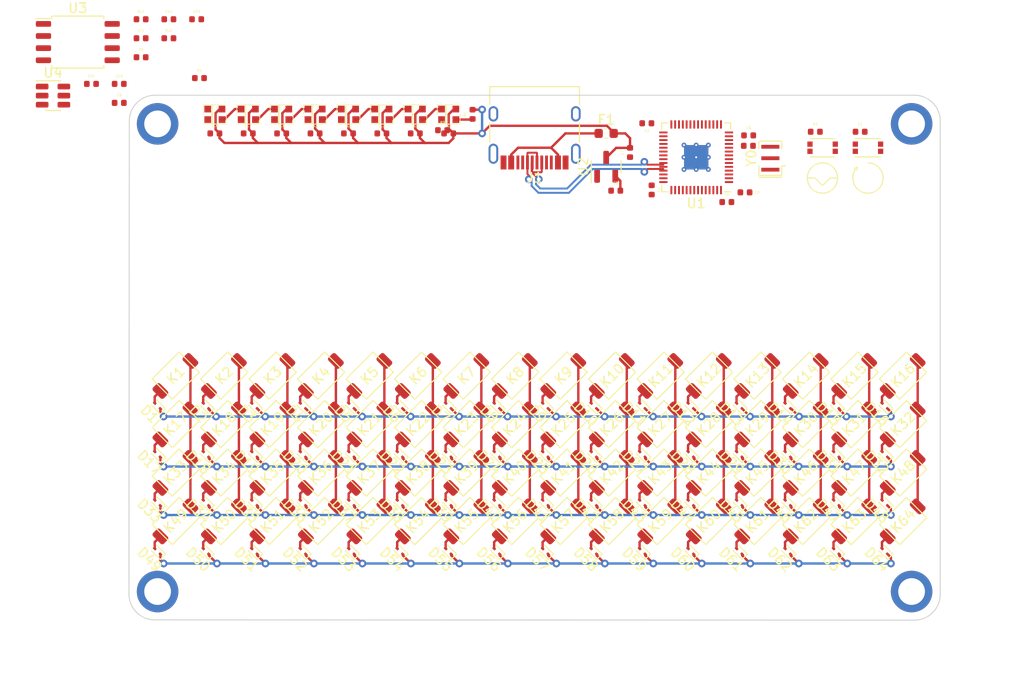
<source format=kicad_pcb>
(kicad_pcb (version 20211014) (generator pcbnew)
  (layers (0 "F.Cu" signal) (31 "B.Cu" signal) (34 "B.Paste" user) (35 "F.Paste" user) (36 "B.SilkS" user "B.Silkscreen") (37 "F.SilkS" user "F.Silkscreen") (38 "B.Mask" user) (39 "F.Mask" user) (44 "Edge.Cuts" user))
  (net 0 "")
  (net 1 "GND")
  (net 2 "+3V3")
  (net 3 "VBUS")
  (net 4 "25")
  (net 5 "Net-(D1-Pad2)")
  (net 6 "Net-(D2-Pad2)")
  (net 7 "Net-(D3-Pad2)")
  (net 8 "Net-(D4-Pad2)")
  (net 9 "Net-(D5-Pad2)")
  (net 10 "Net-(D6-Pad2)")
  (net 11 "Net-(D7-Pad2)")
  (net 12 "Net-(D8-Pad2)")
  (net 13 "Net-(D9-Pad2)")
  (net 14 "Net-(D10-Pad2)")
  (net 15 "Net-(D11-Pad2)")
  (net 16 "Net-(D12-Pad2)")
  (net 17 "Net-(D13-Pad2)")
  (net 18 "Net-(D14-Pad2)")
  (net 19 "Net-(D15-Pad2)")
  (net 20 "Net-(D16-Pad2)")
  (net 21 "24")
  (net 22 "Net-(D17-Pad2)")
  (net 23 "Net-(D18-Pad2)")
  (net 24 "Net-(D19-Pad2)")
  (net 25 "Net-(D20-Pad2)")
  (net 26 "Net-(D21-Pad2)")
  (net 27 "Net-(D22-Pad2)")
  (net 28 "Net-(D23-Pad2)")
  (net 29 "Net-(D24-Pad2)")
  (net 30 "Net-(D25-Pad2)")
  (net 31 "Net-(D26-Pad2)")
  (net 32 "Net-(D27-Pad2)")
  (net 33 "Net-(D28-Pad2)")
  (net 34 "Net-(D29-Pad2)")
  (net 35 "Net-(D30-Pad2)")
  (net 36 "Net-(D31-Pad2)")
  (net 37 "Net-(D32-Pad2)")
  (net 38 "23")
  (net 39 "Net-(D33-Pad2)")
  (net 40 "Net-(D34-Pad2)")
  (net 41 "Net-(D35-Pad2)")
  (net 42 "Net-(D36-Pad2)")
  (net 43 "Net-(D37-Pad2)")
  (net 44 "Net-(D38-Pad2)")
  (net 45 "Net-(D39-Pad2)")
  (net 46 "Net-(D40-Pad2)")
  (net 47 "Net-(D41-Pad2)")
  (net 48 "Net-(D42-Pad2)")
  (net 49 "Net-(D43-Pad2)")
  (net 50 "Net-(D44-Pad2)")
  (net 51 "Net-(D45-Pad2)")
  (net 52 "Net-(D46-Pad2)")
  (net 53 "Net-(D47-Pad2)")
  (net 54 "Net-(D48-Pad2)")
  (net 55 "22")
  (net 56 "Net-(D49-Pad2)")
  (net 57 "Net-(D50-Pad2)")
  (net 58 "Net-(D51-Pad2)")
  (net 59 "Net-(D52-Pad2)")
  (net 60 "Net-(D53-Pad2)")
  (net 61 "Net-(D54-Pad2)")
  (net 62 "Net-(D55-Pad2)")
  (net 63 "Net-(D56-Pad2)")
  (net 64 "Net-(D57-Pad2)")
  (net 65 "Net-(D58-Pad2)")
  (net 66 "Net-(D59-Pad2)")
  (net 67 "Net-(D60-Pad2)")
  (net 68 "Net-(D61-Pad2)")
  (net 69 "Net-(D62-Pad2)")
  (net 70 "Net-(D63-Pad2)")
  (net 71 "Net-(D64-Pad2)")
  (net 72 "D+")
  (net 73 "Net-(J1-PadB5)")
  (net 75 "D-")
  (net 76 "Net-(J1-PadA5)")
  (net 78 "vUSB")
  (net 79 "21")
  (net 80 "20")
  (net 81 "19")
  (net 82 "12")
  (net 83 "11")
  (net 84 "10")
  (net 85 "9")
  (net 86 "8")
  (net 87 "7")
  (net 88 "6")
  (net 89 "5")
  (net 90 "4")
  (net 91 "3")
  (net 92 "2")
  (net 93 "1")
  (net 94 "0")
  (net 95 "Net-(LD1-Pad1)")
  (net 96 "Net-(LD2-Pad1)")
  (net 97 "Net-(LD3-Pad1)")
  (net 98 "Net-(LD4-Pad1)")
  (net 99 "Net-(LD5-Pad1)")
  (net 100 "Net-(LD6-Pad1)")
  (net 101 "Net-(LD7-Pad1)")
  (net 103 "+1V1")
  (net 104 "XTAL+")
  (net 105 "XOUT")
  (net 106 "26{slash}A0")
  (net 107 "CS")
  (net 108 "Net-(R2-Pad2)")
  (net 109 "DB+")
  (net 110 "Net-(R3-Pad2)")
  (net 111 "DB-")
  (net 112 "Net-(R4-Pad2)")
  (net 113 "~{RESET}")
  (net 114 "XTAL-")
  (net 115 "13")
  (net 116 "14")
  (net 117 "15")
  (net 120 "16")
  (net 121 "17")
  (net 122 "18")
  (net 123 "27{slash}A1")
  (net 124 "28{slash}A2")
  (net 125 "29{slash}A3")
  (net 126 "SD3")
  (net 127 "CLOCK")
  (net 128 "SD0")
  (net 129 "SD2")
  (net 130 "SD1")
  (net 131 "Net-(RX0-Pad2)")
  (net 132 "XIN")
  (footprint "Diode_SMD:D_SOD-923" (layer "F.Cu") (at 174.037043 87.632957 135)
    (fp_text reference "D30")
    (fp_text value "1N4148W-T4")
  )
  (footprint "EDI:WS2812B_2020" (layer "F.Cu") (at 114 52 180)
    (fp_text reference "LD8" hide)
    (fp_text value "WS2812C-2020")
  )
  (footprint "EDI:Passive_0402_1005Metric" (layer "F.Cu") (at 131.5 54)
    (fp_text reference "LC3" hide)
    (fp_text value "100nF")
  )
  (footprint "Diode_SMD:D_SOD-923" (layer "F.Cu") (at 128.317043 82.552957 135)
    (fp_text reference "D5")
    (fp_text value "1N4148W-T4")
  )
  (footprint "EDI:SW_EVPBB4A9B000" (layer "F.Cu") (at 182.42875 55.5)
    (fp_text reference "S1" hide)
    (fp_text value "USB BOOT" hide)
  )
  (footprint "EDI:GT-TC029B-H025-L1N" (layer "F.Cu") (at 175.942043 89.537957 45)
    (fp_text reference "K46")
    (fp_text value "Keyswitch" hide)
  )
  (footprint "EDI:Passive_0402_1005Metric" (layer "F.Cu") (at 169.545 60.176)
    (fp_text reference "C3" hide)
    (fp_text value "100nF")
  )
  (footprint "Diode_SMD:D_SOD-923" (layer "F.Cu") (at 153.717043 92.712957 135)
    (fp_text reference "D42")
    (fp_text value "1N4148W-T4")
  )
  (footprint "Diode_SMD:D_SOD-923" (layer "F.Cu") (at 163.877043 97.792957 135)
    (fp_text reference "D60")
    (fp_text value "1N4148W-T4")
  )
  (footprint "EDI:GT-TC029B-H025-L1N" (layer "F.Cu") (at 130.222043 89.537957 45)
    (fp_text reference "K37")
    (fp_text value "Keyswitch" hide)
  )
  (footprint "EDI:GT-TC029B-H025-L1N" (layer "F.Cu") (at 170.862043 94.617957 45)
    (fp_text reference "K61")
    (fp_text value "Keyswitch" hide)
  )
  (footprint "EDI:GT-TC029B-H025-L1N" (layer "F.Cu") (at 109.902043 89.537957 45)
    (fp_text reference "K33")
    (fp_text value "Keyswitch" hide)
  )
  (footprint "EDI:Passive_0402_1005Metric" (layer "F.Cu") (at 101.07125 48.81)
    (fp_text reference "CP1" hide)
    (fp_text value "100nF")
  )
  (footprint "Diode_SMD:D_SOD-923" (layer "F.Cu") (at 118.157043 97.792957 135)
    (fp_text reference "D51")
    (fp_text value "1N4148W-T4")
  )
  (footprint "EDI:GT-TC029B-H025-L1N" (layer "F.Cu") (at 109.902043 79.377957 45)
    (fp_text reference "K1")
    (fp_text value "Keyswitch" hide)
  )
  (footprint "Diode_SMD:D_SOD-923" (layer "F.Cu") (at 158.797043 82.552957 135)
    (fp_text reference "D11")
    (fp_text value "1N4148W-T4")
  )
  (footprint "EDI:GT-TC029B-H025-L1N" (layer "F.Cu") (at 150.542043 94.617957 45)
    (fp_text reference "K57")
    (fp_text value "Keyswitch" hide)
  )
  (footprint "EDI:Passive_0402_1005Metric" (layer "F.Cu") (at 106.27125 42.04)
    (fp_text reference "RU1" hide)
    (fp_text value "5k1")
  )
  (footprint "Diode_SMD:D_SOD-923" (layer "F.Cu") (at 174.037043 97.792957 135)
    (fp_text reference "D62")
    (fp_text value "1N4148W-T4")
  )
  (footprint "Diode_SMD:D_SOD-923" (layer "F.Cu") (at 179.117043 87.632957 135)
    (fp_text reference "D31")
    (fp_text value "1N4148W-T4")
  )
  (footprint "Diode_SMD:D_SOD-923" (layer "F.Cu") (at 143.557043 97.792957 135)
    (fp_text reference "D56")
    (fp_text value "1N4148W-T4")
  )
  (footprint "Diode_SMD:D_SOD-923" (layer "F.Cu") (at 138.477043 92.712957 135)
    (fp_text reference "D39")
    (fp_text value "1N4148W-T4")
  )
  (footprint "EDI:GT-TC029B-H025-L1N" (layer "F.Cu") (at 109.902043 94.617957 45)
    (fp_text reference "K49")
    (fp_text value "Keyswitch" hide)
  )
  (footprint "EDI:GT-TC029B-H025-L1N" (layer "F.Cu") (at 140.382043 79.377957 45)
    (fp_text reference "K7")
    (fp_text value "Keyswitch" hide)
  )
  (footprint "EDI:GT-TC029B-H025-L1N" (layer "F.Cu") (at 175.942043 94.617957 45)
    (fp_text reference "K62")
    (fp_text value "Keyswitch" hide)
  )
  (footprint "Diode_SMD:D_SOD-923" (layer "F.Cu") (at 174.037043 82.552957 135)
    (fp_text reference "D14")
    (fp_text value "1N4148W-T4")
  )
  (footprint "EDI:GT-TC029B-H025-L1N" (layer "F.Cu") (at 135.302043 84.457957 45)
    (fp_text reference "K22")
    (fp_text value "Keyswitch" hide)
  )
  (footprint "EDI:Passive_0402_1005Metric" (layer "F.Cu") (at 157.5 56 90)
    (fp_text reference "C7" hide)
    (fp_text value "100nF")
  )
  (footprint "EDI:GT-TC029B-H025-L1N" (layer "F.Cu") (at 125.142043 84.457957 45)
    (fp_text reference "K20")
    (fp_text value "Keyswitch" hide)
  )
  (footprint "Diode_SMD:D_SOD-923" (layer "F.Cu") (at 107.997043 82.552957 135)
    (fp_text reference "D1")
    (fp_text value "1N4148W-T4")
  )
  (footprint "Diode_SMD:D_SOD-923" (layer "F.Cu") (at 184.197043 92.712957 135)
    (fp_text reference "D48")
    (fp_text value "1N4148W-T4")
  )
  (footprint "EDI:Passive_0402_1005Metric" (layer "F.Cu") (at 141 52 90)
    (fp_text reference "R1" hide)
    (fp_text value "5k1")
  )
  (footprint "Diode_SMD:D_SOD-923" (layer "F.Cu") (at 128.317043 92.712957 135)
    (fp_text reference "D37")
    (fp_text value "1N4148W-T4")
  )
  (footprint "EDI:GT-TC029B-H025-L1N" (layer "F.Cu") (at 170.862043 89.537957 45)
    (fp_text reference "K45")
    (fp_text value "Keyswitch" hide)
  )
  (footprint "Diode_SMD:D_SOD-923" (layer "F.Cu") (at 107.997043 87.632957 135)
    (fp_text reference "D17")
    (fp_text value "1N4148W-T4")
  )
  (footprint "EDI:GT-TC029B-H025-L1N" (layer "F.Cu") (at 145.462043 84.457957 45)
    (fp_text reference "K24")
    (fp_text value "Keyswitch" hide)
  )
  (footprint "EDI:GT-TC029B-H025-L1N" (layer "F.Cu") (at 155.622043 84.457957 45)
    (fp_text reference "K26")
    (fp_text value "Keyswitch" hide)
  )
  (footprint "EDI:GT-TC029B-H025-L1N" (layer "F.Cu") (at 181.022043 89.537957 45)
    (fp_text reference "K47")
    (fp_text value "Keyswitch" hide)
  )
  (footprint "EDI:GT-TC029B-H025-L1N" (layer "F.Cu") (at 114.982043 94.617957 45)
    (fp_text reference "K50")
    (fp_text value "Keyswitch" hide)
  )
  (footprint "EDI:GT-TC029B-H025-L1N" (layer "F.Cu") (at 125.142043 79.377957 45)
    (fp_text reference "K4")
    (fp_text value "Keyswitch" hide)
  )
  (footprint "EDI:Passive_0402_1005Metric" (layer "F.Cu") (at 138.5 54)
    (fp_text reference "LC1" hide)
    (fp_text value "100nF")
  )
  (footprint "EDI:GT-TC029B-H025-L1N" (layer "F.Cu") (at 125.142043 89.537957 45)
    (fp_text reference "K36")
    (fp_text value "Keyswitch" hide)
  )
  (footprint "Diode_SMD:D_SOD-923" (layer "F.Cu") (at 174.037043 92.712957 135)
    (fp_text reference "D46")
    (fp_text value "1N4148W-T4")
  )
  (footprint "Diode_SMD:D_SOD-923" (layer "F.Cu") (at 133.397043 92.712957 135)
    (fp_text reference "D38")
    (fp_text value "1N4148W-T4")
  )
  (footprint "EDI:GT-TC029B-H025-L1N" (layer "F.Cu") (at 135.302043 94.617957 45)
    (fp_text reference "K54")
    (fp_text value "Keyswitch" hide)
  )
  (footprint "EDI:SolderableHole-M2" (layer "F.Cu") (at 108 53)
    (fp_text reference "H1" hide)
    (fp_text value "Mount" hide)
  )
  (footprint "Diode_SMD:D_SOD-923" (layer "F.Cu") (at 148.637043 87.632957 135)
    (fp_text reference "D25")
    (fp_text value "1N4148W-T4")
  )
  (footprint "EDI:WS2812B_2020" (layer "F.Cu") (at 121 52 180)
    (fp_text reference "LD6" hide)
    (fp_text value "WS2812C-2020")
  )
  (footprint "Diode_SMD:D_SOD-923" (layer "F.Cu") (at 138.477043 97.792957 135)
    (fp_text reference "D55")
    (fp_text value "1N4148W-T4")
  )
  (footprint "EDI:Passive_0402_1005Metric" (layer "F.Cu") (at 137.8545 53.664064)
    (fp_text reference "R3" hide)
    (fp_text value "27")
  )
  (footprint "EDI:Passive_0402_1005Metric" (layer "F.Cu") (at 167.64 61.192)
    (fp_text reference "C5" hide)
    (fp_text value "100nF")
  )
  (footprint "EDI:GT-TC029B-H025-L1N" (layer "F.Cu") (at 155.622043 79.377957 45)
    (fp_text reference "K10")
    (fp_text value "Keyswitch" hide)
  )
  (footprint "EDI:WS2812B_2020" (layer "F.Cu") (at 124.5 52 180)
    (fp_text reference "LD5" hide)
    (fp_text value "WS2812C-2020")
  )
  (footprint "EDI:GT-TC029B-H025-L1N" (layer "F.Cu") (at 135.302043 89.537957 45)
    (fp_text reference "K38")
    (fp_text value "Keyswitch" hide)
  )
  (footprint "Diode_SMD:D_SOD-923" (layer "F.Cu") (at 168.957043 92.712957 135)
    (fp_text reference "D45")
    (fp_text value "1N4148W-T4")
  )
  (footprint "Fuse:Fuse_0603_1608Metric" (layer "F.Cu") (at 155 54)
    (fp_text reference "F1")
    (fp_text value "6v 500ma")
  )
  (footprint "EDI:GT-TC029B-H025-L1N" (layer "F.Cu") (at 114.982043 84.457957 45)
    (fp_text reference "K18")
    (fp_text value "Keyswitch" hide)
  )
  (footprint "Package_TO_SOT_SMD:SOT-23-6" (layer "F.Cu") (at 97.04125 50.04)
    (fp_text reference "U4")
    (fp_text value "USBLC6-2SC6")
  )
  (footprint "EDI:GT-TC029B-H025-L1N" (layer "F.Cu") (at 130.222043 94.617957 45)
    (fp_text reference "K53")
    (fp_text value "Keyswitch" hide)
  )
  (footprint "EDI:GT-TC029B-H025-L1N" (layer "F.Cu") (at 175.942043 84.457957 45)
    (fp_text reference "K30")
    (fp_text value "Keyswitch" hide)
  )
  (footprint "EDI:WS2812B_2020" (layer "F.Cu") (at 131.5 52 180)
    (fp_text reference "LD3" hide)
    (fp_text value "WS2812C-2020")
  )
  (footprint "EDI:Passive_0402_1005Metric" (layer "F.Cu") (at 169.926 54.207)
    (fp_text reference "C6" hide)
    (fp_text value "100nF")
  )
  (footprint "EDI:GT-TC029B-H025-L1N" (layer "F.Cu") (at 175.942043 79.377957 45)
    (fp_text reference "K14")
    (fp_text value "Keyswitch" hide)
  )
  (footprint "EDI:Passive_0402_1005Metric" (layer "F.Cu") (at 109.18125 42.04)
    (fp_text reference "C11" hide)
    (fp_text value "10uf")
  )
  (footprint "EDI:Passive_0402_1005Metric" (layer "F.Cu") (at 124.5 54)
    (fp_text reference "LC5" hide)
    (fp_text value "100nF")
  )
  (footprint "Diode_SMD:D_SOD-923" (layer "F.Cu") (at 143.557043 87.632957 135)
    (fp_text reference "D24")
    (fp_text value "1N4148W-T4")
  )
  (footprint "Diode_SMD:D_SOD-923" (layer "F.Cu") (at 133.397043 87.632957 135)
    (fp_text reference "D22")
    (fp_text value "1N4148W-T4")
  )
  (footprint "Diode_SMD:D_SOD-923" (layer "F.Cu") (at 107.997043 92.712957 135)
    (fp_text reference "D33")
    (fp_text value "1N4148W-T4")
  )
  (footprint "Diode_SMD:D_SOD-923" (layer "F.Cu") (at 113.077043 92.712957 135)
    (fp_text reference "D34")
    (fp_text value "1N4148W-T4")
  )
  (footprint "Diode_SMD:D_SOD-923" (layer "F.Cu") (at 153.717043 87.632957 135)
    (fp_text reference "D26")
    (fp_text value "1N4148W-T4")
  )
  (footprint "Diode_SMD:D_SOD-923" (layer "F.Cu") (at 123.237043 82.552957 135)
    (fp_text reference "D4")
    (fp_text value "1N4148W-T4")
  )
  (footprint "EDI:GT-TC029B-H025-L1N" (layer "F.Cu") (at 186.102043 79.377957 45)
    (fp_text reference "K16")
    (fp_text value "Keyswitch" hide)
  )
  (footprint "EDI:WS2812B_2020" (layer "F.Cu") (at 138.5 52 180)
    (fp_text reference "LD1" hide)
    (fp_text value "WS2812C-2020")
  )
  (footprint "EDI:Passive_0402_1005Metric" (layer "F.Cu") (at 112.09125 42.04)
    (fp_text reference "CP2" hide)
    (fp_text value "10uF")
  )
  (footprint "EDI:GT-TC029B-H025-L1N" (layer "F.Cu") (at 165.782043 79.377957 45)
    (fp_text reference "K12")
    (fp_text value "Keyswitch" hide)
  )
  (footprint "EDI:Passive_0402_1005Metric" (layer "F.Cu") (at 159.258 52.937 180)
    (fp_text reference "C2" hide)
    (fp_text value "1uf")
  )
  (footprint "EDI:GT-TC029B-H025-L1N" (layer "F.Cu") (at 181.022043 94.617957 45)
    (fp_text reference "K63")
    (fp_text value "Keyswitch" hide)
  )
  (footprint "EDI:Passive_0402_1005Metric" (layer "F.Cu") (at 128 54)
    (fp_text reference "LC4" hide)
    (fp_text value "100nF")
  )
  (footprint "EDI:Passive_0402_1005Metric" (layer "F.Cu") (at 106.27125 46.02)
    (fp_text reference "R5" hide)
    (fp_text value "1k")
  )
  (footprint "EDI:GT-TC029B-H025-L1N" (layer "F.Cu") (at 140.382043 84.457957 45)
    (fp_text reference "K23")
    (fp_text value "Keyswitch" hide)
  )
  (footprint "Diode_SMD:D_SOD-923" (layer "F.Cu") (at 153.717043 82.552957 135)
    (fp_text reference "D10")
    (fp_text value "1N4148W-T4")
  )
  (footprint "EDI:GT-TC029B-H025-L1N" (layer "F.Cu") (at 155.622043 94.617957 45)
    (fp_text reference "K58")
    (fp_text value "Keyswitch" hide)
  )
  (footprint "EDI:Passive_0402_1005Metric" (layer "F.Cu") (at 103.98125 48.81)
    (fp_text reference "C10" hide)
    (fp_text value "1uf")
  )
  (footprint "Diode_SMD:D_SOD-923" (layer "F.Cu") (at 113.077043 87.632957 135)
    (fp_text reference "D18")
    (fp_text value "1N4148W-T4")
  )
  (footprint "Diode_SMD:D_SOD-923" (layer "F.Cu") (at 133.397043 97.792957 135)
    (fp_text reference "D54")
    (fp_text value "1N4148W-T4")
  )
  (footprint "EDI:WS2812B_2020" (layer "F.Cu") (at 128 52 180)
    (fp_text reference "LD4" hide)
    (fp_text value "WS2812C-2020")
  )
  (footprint "EDI:GT-TC029B-H025-L1N" (layer "F.Cu") (at 165.782043 84.457957 45)
    (fp_text reference "K28")
    (fp_text value "Keyswitch" hide)
  )
  (footprint "Diode_SMD:D_SOD-923" (layer "F.Cu") (at 148.637043 82.552957 135)
    (fp_text reference "D9")
    (fp_text value "1N4148W-T4")
  )
  (footprint "EDI:GT-TC029B-H025-L1N" (layer "F.Cu") (at 114.982043 89.537957 45)
    (fp_text reference "K34")
    (fp_text value "Keyswitch" hide)
  )
  (footprint "EDI:Passive_0402_1005Metric" (layer "F.Cu") (at 114 54)
    (fp_text reference "LC8" hide)
    (fp_text value "100nF")
  )
  (footprint "EDI:Passive_0402_1005Metric" (layer "F.Cu") (at 181.61 53.826)
    (fp_text reference "C1" hide)
    (fp_text value "100nF")
  )
  (footprint "Package_TO_SOT_SMD:SOT-23" (layer "F.Cu") (at 155 57.5 90)
    (fp_text reference "U2")
    (fp_text value "LDO-3.3")
  )
  (footprint "Diode_SMD:D_SOD-923" (layer "F.Cu") (at 123.237043 87.632957 135)
    (fp_text reference "D20")
    (fp_text value "1N4148W-T4")
  )
  (footprint "EDI:GT-TC029B-H025-L1N" (layer "F.Cu") (at 165.782043 89.537957 45)
    (fp_text reference "K44")
    (fp_text value "Keyswitch" hide)
  )
  (footprint "Diode_SMD:D_SOD-923" (layer "F.Cu") (at 179.117043 82.552957 135)
    (fp_text reference "D15")
    (fp_text value "1N4148W-T4")
  )
  (footprint "Diode_SMD:D_SOD-923" (layer "F.Cu") (at 107.997043 97.792957 135)
    (fp_text reference "D49")
    (fp_text value "1N4148W-T4")
  )
  (footprint "EDI:GT-TC029B-H025-L1N" (layer "F.Cu") (at 150.542043 84.457957 45)
    (fp_text reference "K25")
    (fp_text value "Keyswitch" hide)
  )
  (footprint "EDI:GT-TC029B-H025-L1N" (layer "F.Cu") (at 150.542043 79.377957 45)
    (fp_text reference "K9")
    (fp_text value "Keyswitch" hide)
  )
  (footprint "EDI:GT-TC029B-H025-L1N" (layer "F.Cu") (at 186.102043 94.617957 45)
    (fp_text reference "K64")
    (fp_text value "Keyswitch" hide)
  )
  (footprint "EDI:SolderableHole-M2" (layer "F.Cu") (at 187 102)
    (fp_text reference "H4" hide)
    (fp_text value "Mount" hide)
  )
  (footprint "EDI:GT-TC029B-H025-L1N" (layer "F.Cu") (at 145.462043 79.377957 45)
    (fp_text reference "K8")
    (fp_text value "Keyswitch" hide)
  )
  (footprint "Diode_SMD:D_SOD-923" (layer "F.Cu") (at 143.557043 92.712957 135)
    (fp_text reference "D40")
    (fp_text value "1N4148W-T4")
  )
  (footprint "EDI:GT-TC029B-H025-L1N" (layer "F.Cu") (at 130.222043 79.377957 45)
    (fp_text reference "K5")
    (fp_text value "Keyswitch" hide)
  )
  (footprint "EDI:GT-TC029B-H025-L1N" (layer "F.Cu") (at 181.022043 84.457957 45)
    (fp_text reference "K31")
    (fp_text value "Keyswitch" hide)
  )
  (footprint "Diode_SMD:D_SOD-923" (layer "F.Cu") (at 158.797043 92.712957 135)
    (fp_text reference "D43")
    (fp_text value "1N4148W-T4")
  )
  (footprint "EDI:Passive_0402_1005Metric" (layer "F.Cu") (at 159.766 59.922 -90)
    (fp_text reference "C4" hide)
    (fp_text value "100nF")
  )
  (footprint "EDI:Passive_0402_1005Metric" (layer "F.Cu") (at 176.911 53.826)
    (fp_text reference "R2" hide)
    (fp_text value "1k")
  )
  (footprint "Diode_SMD:D_SOD-923" (layer "F.Cu") (at 113.077043 97.792957 135)
    (fp_text reference "D50")
    (fp_text value "1N4148W-T4")
  )
  (footprint "Diode_SMD:D_SOD-923" (layer "F.Cu") (at 138.477043 82.552957 135)
    (fp_text reference "D7")
    (fp_text value "1N4148W-T4")
  )
  (footprint "EDI:GT-TC029B-H025-L1N" (layer "F.Cu") (at 125.142043 94.617957 45)
    (fp_text reference "K52")
    (fp_text value "Keyswitch" hide)
  )
  (footprint "EDI:GT-TC029B-H025-L1N" (layer "F.Cu") (at 120.062043 79.377957 45)
    (fp_text reference "K3")
    (fp_text value "Keyswitch" hide)
  )
  (footprint "Diode_SMD:D_SOD-923" (layer "F.Cu") (at 128.317043 97.792957 135)
    (fp_text reference "D53")
    (fp_text value "1N4148W-T4")
  )
  (footprint "EDI:GT-TC029B-H025-L1N" (layer "F.Cu") (at 170.862043 79.377957 45)
    (fp_text reference "K13")
    (fp_text value "Keyswitch" hide)
  )
  (footprint "Diode_SMD:D_SOD-923" (layer "F.Cu") (at 128.317043 87.632957 135)
    (fp_text reference "D21")
    (fp_text value "1N4148W-T4")
  )
  (footprint "Package_SO:SOIC-8_5.23x5.23mm_P1.27mm" (layer "F.Cu") (at 99.64125 44.43)
    (fp_text reference "U3")
    (fp_text value "W25Q128JVS")
  )
  (footprint "Diode_SMD:D_SOD-923" (layer "F.Cu") (at 153.717043 97.792957 135)
    (fp_text reference "D58")
    (fp_text value "1N4148W-T4")
  )
  (footprint "EDI:GT-TC029B-H025-L1N" (layer "F.Cu") (at 140.382043 94.617957 45)
    (fp_text reference "K55")
    (fp_text value "Keyswitch" hide)
  )
  (footprint "Diode_SMD:D_SOD-923" (layer "F.Cu") (at 148.637043 97.792957 135)
    (fp_text reference "D57")
    (fp_text value "1N4148W-T4")
  )
  (footprint "EDI:GT-TC029B-H025-L1N" (layer "F.Cu") (at 120.062043 84.457957 45)
    (fp_text reference "K19")
    (fp_text value "Keyswitch" hide)
  )
  (footprint "Diode_SMD:D_SOD-923" (layer "F.Cu") (at 179.117043 92.712957 135)
    (fp_text reference "D47")
    (fp_text value "1N4148W-T4")
  )
  (footprint "EDI:GT-TC029B-H025-L1N" (layer "F.Cu") (at 135.302043 79.377957 45)
    (fp_text reference "K6")
    (fp_text value "Keyswitch" hide)
  )
  (footprint "Diode_SMD:D_SOD-923" (layer "F.Cu") (at 163.877043 82.552957 135)
    (fp_text reference "D12")
    (fp_text value "1N4148W-T4")
  )
  (footprint "EDI:GT-TC029B-H025-L1N" (layer "F.Cu") (at 160.702043 94.617957 45)
    (fp_text reference "K59")
    (fp_text value "Keyswitch" hide)
  )
  (footprint "EDI:Passive_0402_1005Metric" (layer "F.Cu") (at 121 54)
    (fp_text reference "LC6" hide)
    (fp_text value "100nF")
  )
  (footprint "Diode_SMD:D_SOD-923" (layer "F.Cu") (at 123.237043 92.712957 135)
    (fp_text reference "D36")
    (fp_text value "1N4148W-T4")
  )
  (footprint "Diode_SMD:D_SOD-923" (layer "F.Cu") (at 168.957043 82.552957 135)
    (fp_text reference "D13")
    (fp_text value "1N4148W-T4")
  )
  (footprint "EDI:GT-TC029B-H025-L1N" (layer "F.Cu") (at 160.702043 89.537957 45)
    (fp_text reference "K43")
    (fp_text value "Keyswitch" hide)
  )
  (footprint "EDI:GT-TC029B-H025-L1N" (layer "F.Cu") (at 165.782043 94.617957 45)
    (fp_text reference "K60")
    (fp_text value "Keyswitch" hide)
  )
  (footprint "EDI:Passive_0402_1005Metric" (layer "F.Cu") (at 103.98125 50.8)
    (fp_text reference "C9" hide)
    (fp_text value "100nF")
  )
  (footprint "Diode_SMD:D_SOD-923" (layer "F.Cu") (at 184.197043 97.792957 135)
    (fp_text reference "D64")
    (fp_text value "1N4148W-T4")
  )
  (footprint "EDI:Passive_0402_1005Metric" (layer "F.Cu") (at 109.18125 44.03)
    (fp_text reference "RU2" hide)
    (fp_text value "5k1")
  )
  (footprint "Diode_SMD:D_SOD-923" (layer "F.Cu") (at 168.957043 87.632957 135)
    (fp_text reference "D29")
    (fp_text value "1N4148W-T4")
  )
  (footprint "Diode_SMD:D_SOD-923" (layer "F.Cu") (at 118.157043 92.712957 135)
    (fp_text reference "D35")
    (fp_text value "1N4148W-T4")
  )
  (footprint "Diode_SMD:D_SOD-923" (layer "F.Cu") (at 148.637043 92.712957 135)
    (fp_text reference "D41")
    (fp_text value "1N4148W-T4")
  )
  (footprint "EDI:GT-TC029B-H025-L1N" (layer "F.Cu") (at 186.102043 84.457957 45)
    (fp_text reference "K32")
    (fp_text value "Keyswitch" hide)
  )
  (footprint "Diode_SMD:D_SOD-923" (layer "F.Cu") (at 123.237043 97.792957 135)
    (fp_text reference "D52")
    (fp_text value "1N4148W-T4")
  )
  (footprint "EDI:WS2812B_2020" (layer "F.Cu") (at 117.5 52 180)
    (fp_text reference "LD7" hide)
    (fp_text value "WS2812C-2020")
  )
  (footprint "EDI:SW_EVPBB4A9B000" (layer "F.Cu") (at 177.678748 55.5)
    (fp_text reference "S2" hide)
    (fp_text value "RESET" hide)
  )
  (footprint "Diode_SMD:D_SOD-923" (layer "F.Cu") (at 113.077043 82.552957 135)
    (fp_text reference "D2")
    (fp_text value "1N4148W-T4")
  )
  (footprint "Diode_SMD:D_SOD-923" (layer "F.Cu") (at 184.197043 82.552957 135)
    (fp_text reference "D16")
    (fp_text value "1N4148W-T4")
  )
  (footprint "EDI:Passive_0402_1005Metric" (layer "F.Cu") (at 106.27125 44.03)
    (fp_text reference "CF1" hide)
    (fp_text value "100nF")
  )
  (footprint "EDI:GT-TC029B-H025-L1N" (layer "F.Cu") (at 181.022043 79.377957 45)
    (fp_text reference "K15")
    (fp_text value "Keyswitch" hide)
  )
  (footprint "Connector_USB:USB_C_Receptacle_HRO_TYPE-C-31-M-12" (layer "F.Cu") (at 147.5 53 180)
    (fp_text reference "J1")
    (fp_text value "USB")
  )
  (footprint "EDI:GT-TC029B-H025-L1N" (layer "F.Cu") (at 155.622043 89.537957 45)
    (fp_text reference "K42")
    (fp_text value "Keyswitch" hide)
  )
  (footprint "Diode_SMD:D_SOD-923" (layer "F.Cu") (at 133.397043 82.552957 135)
    (fp_text reference "D6")
    (fp_text value "1N4148W-T4")
  )
  (footprint "Diode_SMD:D_SOD-923" (layer "F.Cu") (at 158.797043 87.632957 135)
    (fp_text reference "D27")
    (fp_text value "1N4148W-T4")
  )
  (footprint "EDI:GT-TC029B-H025-L1N" (layer "F.Cu") (at 160.702043 79.377957 45)
    (fp_text reference "K11")
    (fp_text value "Keyswitch" hide)
  )
  (footprint "Diode_SMD:D_SOD-923" (layer "F.Cu") (at 138.477043 87.632957 135)
    (fp_text reference "D23")
    (fp_text value "1N4148W-T4")
  )
  (footprint "Crystal:Resonator_SMD_Murata_CSTxExxV-3Pin_3.0x1.1mm" (layer "F.Cu") (at 172.2 56.6 90)
    (fp_text reference "Y0")
    (fp_text value "CSTCE12M0G55-R0")
  )
  (footprint "EDI:SolderableHole-M2" (layer "F.Cu") (at 187 53)
    (fp_text reference "H2" hide)
    (fp_text value "Mount" hide)
  )
  (footprint "EDI:Passive_0402_1005Metric" (layer "F.Cu") (at 112.386 48.20413)
    (fp_text reference "R4" hide)
    (fp_text value "27")
  )
  (footprint "EDI:GT-TC029B-H025-L1N" (layer "F.Cu") (at 170.862043 84.457957 45)
    (fp_text reference "K29")
    (fp_text value "Keyswitch" hide)
  )
  (footprint "Diode_SMD:D_SOD-923" (layer "F.Cu") (at 179.117043 97.792957 135)
    (fp_text reference "D63")
    (fp_text value "1N4148W-T4")
  )
  (footprint "EDI:GT-TC029B-H025-L1N" (layer "F.Cu") (at 186.102043 89.537957 45)
    (fp_text reference "K48")
    (fp_text value "Keyswitch" hide)
  )
  (footprint "EDI:WS2812B_2020" (layer "F.Cu") (at 135 52 180)
    (fp_text reference "LD2" hide)
    (fp_text value "WS2812C-2020")
  )
  (footprint "EDI:Passive_0402_1005Metric" (layer "F.Cu") (at 135 54)
    (fp_text reference "LC2" hide)
    (fp_text value "100nF")
  )
  (footprint "Diode_SMD:D_SOD-923" (layer "F.Cu") (at 143.557043 82.552957 135)
    (fp_text reference "D8")
    (fp_text value "1N4148W-T4")
  )
  (footprint "EDI:SolderableHole-M2" (layer "F.Cu") (at 108 102)
    (fp_text reference "H3" hide)
    (fp_text value "Mount" hide)
  )
  (footprint "EDI:GT-TC029B-H025-L1N" (layer "F.Cu") (at 150.542043 89.537957 45)
    (fp_text reference "K41")
    (fp_text value "Keyswitch" hide)
  )
  (footprint "Diode_SMD:D_SOD-923" (layer "F.Cu") (at 118.157043 82.552957 135)
    (fp_text reference "D3")
    (fp_text value "1N4148W-T4")
  )
  (footprint "Diode_SMD:D_SOD-923" (layer "F.Cu") (at 163.877043 87.632957 135)
    (fp_text reference "D28")
    (fp_text value "1N4148W-T4")
  )
  (footprint "EDI:GT-TC029B-H025-L1N" (layer "F.Cu") (at 120.062043 89.537957 45)
    (fp_text reference "K35")
    (fp_text value "Keyswitch" hide)
  )
  (footprint "EDI:GT-TC029B-H025-L1N" (layer "F.Cu") (at 145.462043 94.617957 45)
    (fp_text reference "K56")
    (fp_text value "Keyswitch" hide)
  )
  (footprint "Diode_SMD:D_SOD-923" (layer "F.Cu") (at 118.157043 87.632957 135)
    (fp_text reference "D19")
    (fp_text value "1N4148W-T4")
  )
  (footprint "EDI:GT-TC029B-H025-L1N" (layer "F.Cu") (at 109.902043 84.457957 45)
    (fp_text reference "K17")
    (fp_text value "Keyswitch" hide)
  )
  (footprint "EDI:GT-TC029B-H025-L1N" (layer "F.Cu") (at 114.982043 79.377957 45)
    (fp_text reference "K2")
    (fp_text value "Keyswitch" hide)
  )
  (footprint "EDI:GT-TC029B-H025-L1N" (layer "F.Cu") (at 160.702043 84.457957 45)
    (fp_text reference "K27")
    (fp_text value "Keyswitch" hide)
  )
  (footprint "EDI:GT-TC029B-H025-L1N" (layer "F.Cu") (at 130.222043 84.457957 45)
    (fp_text reference "K21")
    (fp_text value "Keyswitch" hide)
  )
  (footprint "Diode_SMD:D_SOD-923" (layer "F.Cu") (at 184.197043 87.632957 135)
    (fp_text reference "D32")
    (fp_text value "1N4148W-T4")
  )
  (footprint "EDI:Passive_0402_1005Metric" (layer "F.Cu") (at 117.5 54)
    (fp_text reference "LC7" hide)
    (fp_text value "100nF")
  )
  (footprint "Package_DFN_QFN:QFN-56-1EP_7x7mm_P0.4mm_EP5.6x5.6mm_ThermalVias" (layer "F.Cu") (at 164.42875 56.5 180)
    (fp_text reference "U1")
    (fp_text value "RP2040")
  )
  (footprint "Diode_SMD:D_SOD-923" (layer "F.Cu") (at 158.797043 97.792957 135)
    (fp_text reference "D59")
    (fp_text value "1N4148W-T4")
  )
  (footprint "EDI:Passive_0402_1005Metric" (layer "F.Cu") (at 156 60)
    (fp_text reference "C8" hide)
    (fp_text value "100nF")
  )
  (footprint "Diode_SMD:D_SOD-923" (layer "F.Cu") (at 163.877043 92.712957 135)
    (fp_text reference "D44")
    (fp_text value "1N4148W-T4")
  )
  (footprint "Diode_SMD:D_SOD-923" (layer "F.Cu") (at 168.957043 97.792957 135)
    (fp_text reference "D61")
    (fp_text value "1N4148W-T4")
  )
  (footprint "EDI:GT-TC029B-H025-L1N" (layer "F.Cu") (at 140.382043 89.537957 45)
    (fp_text reference "K39")
    (fp_text value "Keyswitch" hide)
  )
  (footprint "EDI:Passive_0402_1005Metric" (layer "F.Cu") (at 169.9 55.3)
    (fp_text reference "RX0" hide)
    (fp_text value "1k")
  )
  (footprint "EDI:GT-TC029B-H025-L1N" (layer "F.Cu") (at 120.062043 94.617957 45)
    (fp_text reference "K51")
    (fp_text value "Keyswitch" hide)
  )
  (footprint "EDI:GT-TC029B-H025-L1N" (layer "F.Cu") (at 145.462043 89.537957 45)
    (fp_text reference "K40")
    (fp_text value "Keyswitch" hide)
  )
  (gr_line (start 178.46 58.675) (end 179.25375 58.675) (layer "F.SilkS") (width 0.12))
  (gr_circle (center 177.66625 58.675) (end 177.66625 57.0875) (layer "F.SilkS") (width 0.12) (fill none))
  (gr_arc (start 182.42875 57.0875) (mid 183.036349 60.141642) (end 181.306218 57.552468) (layer "F.SilkS") (width 0.12))
  (gr_poly (pts (xy 181.2794 57.8622) (xy 181 57.659) (xy 181.306218 57.552468)) (layer "F.SilkS") (width 0.12) (fill solid))
  (gr_line (start 177.66625 59.46875) (end 178.46 58.675) (layer "F.SilkS") (width 0.12))
  (gr_line (start 176.07875 58.675) (end 176.8725 58.675) (layer "F.SilkS") (width 0.12))
  (gr_line (start 176.8725 58.675) (end 177.66625 59.46875) (layer "F.SilkS") (width 0.12))
  (gr_arc (start 105.036636 52.699999) (mid 105.82745 50.790824) (end 107.736636 49.999999) (layer "Edge.Cuts") (width 0.1))
  (gr_arc (start 190 102.3) (mid 189.209188 104.209188) (end 187.3 105) (layer "Edge.Cuts") (width 0.1))
  (gr_line (start 187.3 105) (end 107.7 104.966815) (layer "Edge.Cuts") (width 0.1))
  (gr_line (start 107.736636 49.999999) (end 187.299999 50) (layer "Edge.Cuts") (width 0.1))
  (gr_arc (start 107.7 104.966815) (mid 105.790812 104.176003) (end 105 102.266815) (layer "Edge.Cuts") (width 0.1))
  (gr_line (start 105 102.266815) (end 105.036636 52.699999) (layer "Edge.Cuts") (width 0.1))
  (gr_line (start 189.999999 52.700001) (end 190 102.3) (layer "Edge.Cuts") (width 0.1))
  (gr_arc (start 187.299999 50) (mid 189.209188 50.790812) (end 189.999999 52.700001) (layer "Edge.Cuts") (width 0.1))
  (segment (start 156.485 58.9725) (end 156.485 60) (width 0.25) (layer "F.Cu") (net 2))
  (segment (start 155.95 58.4375) (end 156.485 58.9725) (width 0.25) (layer "F.Cu") (net 2))
  (segment (start 124.985 53.982463) (end 124.985 54) (width 0.25) (layer "F.Cu") (net 3))
  (segment (start 125.25 51.45) (end 125.05 51.45) (width 0.25) (layer "F.Cu") (net 3))
  (segment (start 114.075489 51.875489) (end 114.075489 53.590489) (width 0.25) (layer "F.Cu") (net 3))
  (segment (start 128.485 54) (end 128.485 54.485) (width 0.25) (layer "F.Cu") (net 3))
  (segment (start 131.985 54) (end 131.985 54.485) (width 0.25) (layer "F.Cu") (net 3))
  (segment (start 138.5 53.497463) (end 138.985 53.982463) (width 0.25) (layer "F.Cu") (net 3))
  (segment (start 114.075489 53.590489) (end 114.485 54) (width 0.25) (layer "F.Cu") (net 3))
  (segment (start 117.985 54) (end 117.985 54.485) (width 0.25) (layer "F.Cu") (net 3))
  (segment (start 124.985 54) (end 124.985 54.485) (width 0.25) (layer "F.Cu") (net 3))
  (segment (start 128 51.950978) (end 128 53.497463) (width 0.25) (layer "F.Cu") (net 3))
  (segment (start 138.5 52) (end 138.5 53.497463) (width 0.25) (layer "F.Cu") (net 3))
  (segment (start 124.985 54.485) (end 125.5 55) (width 0.25) (layer "F.Cu") (net 3))
  (segment (start 117.575489 53.590489) (end 117.985 54) (width 0.25) (layer "F.Cu") (net 3))
  (segment (start 121.075489 51.875489) (end 121.075489 53.590489) (width 0.25) (layer "F.Cu") (net 3))
  (segment (start 138.985 54.515) (end 138.5 55) (width 0.25) (layer "F.Cu") (net 3))
  (segment (start 155 56.5625) (end 156.0475 55.515) (width 0.25) (layer "F.Cu") (net 3))
  (segment (start 128.75 51.45) (end 128.500978 51.45) (width 0.25) (layer "F.Cu") (net 3))
  (segment (start 155.875 54) (end 155.07548 53.20048) (width 0.25) (layer "F.Cu") (net 3))
  (segment (start 139.05 51.45) (end 138.5 52) (width 0.25) (layer "F.Cu") (net 3))
  (segment (start 128 53.497463) (end 128.485 53.982463) (width 0.25) (layer "F.Cu") (net 3))
  (segment (start 135.55 51.45) (end 135.001269 51.998731) (width 0.25) (layer "F.Cu") (net 3))
  (segment (start 135.485 54) (end 135.485 54.485) (width 0.25) (layer "F.Cu") (net 3))
  (segment (start 121.75 51.45) (end 121.500978 51.45) (width 0.25) (layer "F.Cu") (net 3))
  (segment (start 132.000978 51.45) (end 131.575489 51.875489) (width 0.25) (layer "F.Cu") (net 3))
  (segment (start 122 55) (end 118.5 55) (width 0.25) (layer "F.Cu") (net 3))
  (segment (start 114.500978 51.45) (end 114.075489 51.875489) (width 0.25) (layer "F.Cu") (net 3))
  (segment (start 129 55) (end 125.5 55) (width 0.25) (layer "F.Cu") (net 3))
  (segment (start 157 54) (end 155.875 54) (width 0.25) (layer "F.Cu") (net 3))
  (segment (start 125.05 51.45) (end 124.5 52) (width 0.25) (layer "F.Cu") (net 3))
  (segment (start 136 55) (end 132.5 55) (width 0.25) (layer "F.Cu") (net 3))
  (segment (start 121.500978 51.45) (end 121.075489 51.875489) (width 0.25) (layer "F.Cu") (net 3))
  (segment (start 121.485 54.485) (end 122 55) (width 0.25) (layer "F.Cu") (net 3))
  (segment (start 142.79952 53.20048) (end 142 54) (width 0.25) (layer "F.Cu") (net 3))
  (segment (start 135.001269 53.498732) (end 135.485 53.982463) (width 0.25) (layer "F.Cu") (net 3))
  (segment (start 118.000978 51.45) (end 117.575489 51.875489) (width 0.25) (layer "F.Cu") (net 3))
  (segment (start 128.500978 51.45) (end 128 51.950978) (width 0.25) (layer "F.Cu") (net 3))
  (segment (start 135.485 54.485) (end 136 55) (width 0.25) (layer "F.Cu") (net 3))
  (segment (start 131.575489 51.875489) (end 131.575489 53.590489) (width 0.25) (layer "F.Cu") (net 3))
  (segment (start 132.25 51.45) (end 132.000978 51.45) (width 0.25) (layer "F.Cu") (net 3))
  (segment (start 156.0475 55.515) (end 157.5 55.515) (width 0.25) (layer "F.Cu") (net 3))
  (segment (start 157.5 54.5) (end 157 54) (width 0.25) (layer "F.Cu") (net 3))
  (segment (start 139.25 51.45) (end 139.05 51.45) (width 0.25) (layer "F.Cu") (net 3))
  (segment (start 138.985 53.982463) (end 138.985 54) (width 0.25) (layer "F.Cu") (net 3))
  (segment (start 141.985 51.515) (end 142 51.5) (width 0.25) (layer "F.Cu") (net 3))
  (segment (start 117.985 54.485) (end 118.5 55) (width 0.25) (layer "F.Cu") (net 3))
  (segment (start 125.5 55) (end 122 55) (width 0.25) (layer "F.Cu") (net 3))
  (segment (start 138.985 54) (end 142 54) (width 0.25) (layer "F.Cu") (net 3))
  (segment (start 135.75 51.45) (end 135.55 51.45) (width 0.25) (layer "F.Cu") (net 3))
  (segment (start 132.5 55) (end 129 55) (width 0.25) (layer "F.Cu") (net 3))
  (segment (start 121.485 54) (end 121.485 54.485) (width 0.25) (layer "F.Cu") (net 3))
  (segment (start 138.985 54) (end 138.985 54.515) (width 0.25) (layer "F.Cu") (net 3))
  (segment (start 138.5 55) (end 136 55) (width 0.25) (layer "F.Cu") (net 3))
  (segment (start 155.07548 53.20048) (end 142.79952 53.20048) (width 0.25) (layer "F.Cu") (net 3))
  (segment (start 117.575489 51.875489) (end 117.575489 53.590489) (width 0.25) (layer "F.Cu") (net 3))
  (segment (start 118.5 55) (end 115 55) (width 0.25) (layer "F.Cu") (net 3))
  (segment (start 141 51.515) (end 141.985 51.515) (width 0.25) (layer "F.Cu") (net 3))
  (segment (start 128.485 54.485) (end 129 55) (width 0.25) (layer "F.Cu") (net 3))
  (segment (start 135.001269 51.998731) (end 135.001269 53.498732) (width 0.25) (layer "F.Cu") (net 3))
  (segment (start 114.485 54.485) (end 114.485 54) (width 0.25) (layer "F.Cu") (net 3))
  (segment (start 114.75 51.45) (end 114.500978 51.45) (width 0.25) (layer "F.Cu") (net 3))
  (segment (start 118.25 51.45) (end 118.000978 51.45) (width 0.25) (layer "F.Cu") (net 3))
  (segment (start 124.5 53.497463) (end 124.985 53.982463) (width 0.25) (layer "F.Cu") (net 3))
  (segment (start 131.985 54.485) (end 132.5 55) (width 0.25) (layer "F.Cu") (net 3))
  (segment (start 135.485 53.982463) (end 135.485 54) (width 0.25) (layer "F.Cu") (net 3))
  (segment (start 131.575489 53.590489) (end 131.985 54) (width 0.25) (layer "F.Cu") (net 3))
  (segment (start 115 55) (end 114.485 54.485) (width 0.25) (layer "F.Cu") (net 3))
  (segment (start 157.5 55.515) (end 157.5 54.5) (width 0.25) (layer "F.Cu") (net 3))
  (segment (start 121.075489 53.590489) (end 121.485 54) (width 0.25) (layer "F.Cu") (net 3))
  (segment (start 128.485 53.982463) (end 128.485 54) (width 0.25) (layer "F.Cu") (net 3))
  (segment (start 124.5 52) (end 124.5 53.497463) (width 0.25) (layer "F.Cu") (net 3))
  (via (at 142 54) (size 0.8) (drill 0.4) (layers "F.Cu" "B.Cu") (net 3))
  (via (at 142 51.5) (size 0.8) (drill 0.4) (layers "F.Cu" "B.Cu") (net 3))
  (segment (start 142 51.5) (end 142 54) (width 0.25) (layer "B.Cu") (net 3))
  (segment (start 108.294028 82.849942) (end 108.294028 83.326192) (width 0.25) (layer "F.Cu") (net 4))
  (segment (start 179.414028 82.849942) (end 179.414028 82.913442) (width 0.25) (layer "F.Cu") (net 4))
  (segment (start 108.294028 83.326192) (end 108.632043 83.664207) (width 0.25) (layer "F.Cu") (net 4))
  (segment (start 113.374028 82.913442) (end 114.124793 83.664207) (width 0.25) (layer "F.Cu") (net 4))
  (segment (start 138.774028 82.849942) (end 139.588293 83.664207) (width 0.25) (layer "F.Cu") (net 4))
  (segment (start 118.454028 82.849942) (end 119.268293 83.664207) (width 0.25) (layer "F.Cu") (net 4))
  (segment (start 159.094028 82.849942) (end 159.908293 83.664207) (width 0.25) (layer "F.Cu") (net 4))
  (segment (start 133.694028 82.849942) (end 134.508293 83.664207) (width 0.25) (layer "F.Cu") (net 4))
  (segment (start 123.534028 82.849942) (end 124.348293 83.664207) (width 0.25) (layer "F.Cu") (net 4))
  (segment (start 148.934028 82.849942) (end 149.748293 83.664207) (width 0.25) (layer "F.Cu") (net 4))
  (segment (start 174.334028 82.849942) (end 174.397528 82.849942) (width 0.25) (layer "F.Cu") (net 4))
  (segment (start 174.397528 82.849942) (end 175.211793 83.664207) (width 0.25) (layer "F.Cu") (net 4))
  (segment (start 164.174028 82.849942) (end 164.988293 83.664207) (width 0.25) (layer "F.Cu") (net 4))
  (segment (start 154.014028 82.849942) (end 154.828293 83.664207) (width 0.25) (layer "F.Cu") (net 4))
  (segment (start 169.254028 82.849942) (end 170.068293 83.664207) (width 0.25) (layer "F.Cu") (net 4))
  (segment (start 184.832043 83.187957) (end 184.494028 82.849942) (width 0.25) (layer "F.Cu") (net 4))
  (segment (start 113.374028 82.849942) (end 113.374028 82.913442) (width 0.25) (layer "F.Cu") (net 4))
  (segment (start 143.854028 82.849942) (end 144.668293 83.664207) (width 0.25) (layer "F.Cu") (net 4))
  (segment (start 128.614028 82.849942) (end 129.428293 83.664207) (width 0.25) (layer "F.Cu") (net 4))
  (segment (start 179.414028 82.913442) (end 180.164793 83.664207) (width 0.25) (layer "F.Cu") (net 4))
  (segment (start 184.832043 83.664207) (end 184.832043 83.187957) (width 0.25) (layer "F.Cu") (net 4))
  (via (at 108.632043 83.664207) (size 0.8) (drill 0.4) (layers "F.Cu" "B.Cu") (net 4))
  (via (at 139.588293 83.664207) (size 0.8) (drill 0.4) (layers "F.Cu" "B.Cu") (net 4))
  (via (at 170.068293 83.664207) (size 0.8) (drill 0.4) (layers "F.Cu" "B.Cu") (net 4))
  (via (at 134.508293 83.664207) (size 0.8) (drill 0.4) (layers "F.Cu" "B.Cu") (net 4))
  (via (at 124.348293 83.664207) (size 0.8) (drill 0.4) (layers "F.Cu" "B.Cu") (net 4))
  (via (at 129.428293 83.664207) (size 0.8) (drill 0.4) (layers "F.Cu" "B.Cu") (net 4))
  (via (at 175.211793 83.664207) (size 0.8) (drill 0.4) (layers "F.Cu" "B.Cu") (net 4))
  (via (at 184.832043 83.664207) (size 0.8) (drill 0.4) (layers "F.Cu" "B.Cu") (net 4))
  (via (at 180.164793 83.664207) (size 0.8) (drill 0.4) (layers "F.Cu" "B.Cu") (net 4))
  (via (at 119.268293 83.664207) (size 0.8) (drill 0.4) (layers "F.Cu" "B.Cu") (net 4))
  (via (at 159.908293 83.664207) (size 0.8) (drill 0.4) (layers "F.Cu" "B.Cu") (net 4))
  (via (at 149.748293 83.664207) (size 0.8) (drill 0.4) (layers "F.Cu" "B.Cu") (net 4))
  (via (at 114.124793 83.664207) (size 0.8) (drill 0.4) (layers "F.Cu" "B.Cu") (net 4))
  (via (at 164.988293 83.664207) (size 0.8) (drill 0.4) (layers "F.Cu" "B.Cu") (net 4))
  (via (at 144.668293 83.664207) (size 0.8) (drill 0.4) (layers "F.Cu" "B.Cu") (net 4))
  (via (at 154.828293 83.664207) (size 0.8) (drill 0.4) (layers "F.Cu" "B.Cu") (net 4))
  (segment (start 170.068293 83.664207) (end 175.211793 83.664207) (width 0.25) (layer "B.Cu") (net 4))
  (segment (start 180.164793 83.664207) (end 184.832043 83.664207) (width 0.25) (layer "B.Cu") (net 4))
  (segment (start 119.268293 83.664207) (end 124.348293 83.664207) (width 0.25) (layer "B.Cu") (net 4))
  (segment (start 114.124793 83.664207) (end 119.268293 83.664207) (width 0.25) (layer "B.Cu") (net 4))
  (segment (start 124.348293 83.664207) (end 129.428293 83.664207) (width 0.25) (layer "B.Cu") (net 4))
  (segment (start 149.748293 83.664207) (end 154.828293 83.664207) (width 0.25) (layer "B.Cu") (net 4))
  (segment (start 154.828293 83.664207) (end 159.908293 83.664207) (width 0.25) (layer "B.Cu") (net 4))
  (segment (start 139.588293 83.664207) (end 144.668293 83.664207) (width 0.25) (layer "B.Cu") (net 4))
  (segment (start 129.428293 83.664207) (end 134.508293 83.664207) (width 0.25) (layer "B.Cu") (net 4))
  (segment (start 144.668293 83.664207) (end 149.748293 83.664207) (width 0.25) (layer "B.Cu") (net 4))
  (segment (start 164.988293 83.664207) (end 170.068293 83.664207) (width 0.25) (layer "B.Cu") (net 4))
  (segment (start 159.908293 83.664207) (end 164.988293 83.664207) (width 0.25) (layer "B.Cu") (net 4))
  (segment (start 108.632043 83.664207) (end 114.124793 83.664207) (width 0.25) (layer "B.Cu") (net 4))
  (segment (start 134.508293 83.664207) (end 139.588293 83.664207) (width 0.25) (layer "B.Cu") (net 4))
  (segment (start 175.211793 83.664207) (end 180.164793 83.664207) (width 0.25) (layer "B.Cu") (net 4))
  (segment (start 107.700058 81.579942) (end 108.293375 80.986625) (width 0.25) (layer "F.Cu") (net 5))
  (segment (start 107.700058 82.255972) (end 107.700058 81.579942) (width 0.25) (layer "F.Cu") (net 5))
  (segment (start 112.780058 82.255972) (end 112.780058 81.579942) (width 0.25) (layer "F.Cu") (net 6))
  (segment (start 112.780058 81.579942) (end 113.373375 80.986625) (width 0.25) (layer "F.Cu") (net 6))
  (segment (start 117.860058 81.579942) (end 118.453375 80.986625) (width 0.25) (layer "F.Cu") (net 7))
  (segment (start 117.860058 82.255972) (end 117.860058 81.579942) (width 0.25) (layer "F.Cu") (net 7))
  (segment (start 122.940058 82.255972) (end 122.940058 81.579942) (width 0.25) (layer "F.Cu") (net 8))
  (segment (start 122.940058 81.579942) (end 123.533375 80.986625) (width 0.25) (layer "F.Cu") (net 8))
  (segment (start 128.020058 82.255972) (end 128.020058 81.579942) (width 0.25) (layer "F.Cu") (net 9))
  (segment (start 128.020058 81.579942) (end 128.613375 80.986625) (width 0.25) (layer "F.Cu") (net 9))
  (segment (start 133.100058 82.255972) (end 133.100058 81.579942) (width 0.25) (layer "F.Cu") (net 10))
  (segment (start 133.100058 81.579942) (end 133.693375 80.986625) (width 0.25) (layer "F.Cu") (net 10))
  (segment (start 138.180058 81.579942) (end 138.773375 80.986625) (width 0.25) (layer "F.Cu") (net 11))
  (segment (start 138.180058 82.255972) (end 138.180058 81.579942) (width 0.25) (layer "F.Cu") (net 11))
  (segment (start 143.260058 82.255972) (end 143.260058 81.579942) (width 0.25) (layer "F.Cu") (net 12))
  (segment (start 143.260058 81.579942) (end 143.853375 80.986625) (width 0.25) (layer "F.Cu") (net 12))
  (segment (start 148.340058 82.255972) (end 148.340058 81.579942) (width 0.25) (layer "F.Cu") (net 13))
  (segment (start 148.340058 81.579942) (end 148.933375 80.986625) (width 0.25) (layer "F.Cu") (net 13))
  (segment (start 153.420058 82.255972) (end 153.420058 81.579942) (width 0.25) (layer "F.Cu") (net 14))
  (segment (start 153.420058 81.579942) (end 154.013375 80.986625) (width 0.25) (layer "F.Cu") (net 14))
  (segment (start 158.500058 81.579942) (end 159.093375 80.986625) (width 0.25) (layer "F.Cu") (net 15))
  (segment (start 158.500058 82.255972) (end 158.500058 81.579942) (width 0.25) (layer "F.Cu") (net 15))
  (segment (start 163.580058 82.255972) (end 163.580058 81.579942) (width 0.25) (layer "F.Cu") (net 16))
  (segment (start 163.580058 81.579942) (end 164.173375 80.986625) (width 0.25) (layer "F.Cu") (net 16))
  (segment (start 168.660058 81.579942) (end 169.253375 80.986625) (width 0.25) (layer "F.Cu") (net 17))
  (segment (start 168.660058 82.255972) (end 168.660058 81.579942) (width 0.25) (layer "F.Cu") (net 17))
  (segment (start 173.740058 81.579942) (end 174.333375 80.986625) (width 0.25) (layer "F.Cu") (net 18))
  (segment (start 173.740058 82.255972) (end 173.740058 81.579942) (width 0.25) (layer "F.Cu") (net 18))
  (segment (start 178.820058 81.579942) (end 179.413375 80.986625) (width 0.25) (layer "F.Cu") (net 19))
  (segment (start 178.820058 82.255972) (end 178.820058 81.579942) (width 0.25) (layer "F.Cu") (net 19))
  (segment (start 183.900058 81.579942) (end 184.493375 80.986625) (width 0.25) (layer "F.Cu") (net 20))
  (segment (start 183.900058 82.255972) (end 183.900058 81.579942) (width 0.25) (layer "F.Cu") (net 20))
  (segment (start 174.334028 88.056942) (end 175.180043 88.902957) (width 0.25) (layer "F.Cu") (net 21))
  (segment (start 154.014028 88.056942) (end 154.860043 88.902957) (width 0.25) (layer "F.Cu") (net 21))
  (segment (start 118.454028 87.929942) (end 118.454028 88.056942) (width 0.25) (layer "F.Cu") (net 21))
  (segment (start 133.694028 87.929942) (end 133.694028 88.056942) (width 0.25) (layer "F.Cu") (net 21))
  (segment (start 123.534028 88.056942) (end 124.380043 88.902957) (width 0.25) (layer "F.Cu") (net 21))
  (segment (start 138.774028 88.056942) (end 139.620043 88.902957) (width 0.25) (layer "F.Cu") (net 21))
  (segment (start 179.414028 87.929942) (end 179.414028 88.056942) (width 0.25) (layer "F.Cu") (net 21))
  (segment (start 128.614028 88.056942) (end 129.460043 88.902957) (width 0.25) (layer "F.Cu") (net 21))
  (segment (start 154.014028 87.929942) (end 154.014028 88.056942) (width 0.25) (layer "F.Cu") (net 21))
  (segment (start 164.174028 88.056942) (end 165.020043 88.902957) (width 0.25) (layer "F.Cu") (net 21))
  (segment (start 133.694028 88.056942) (end 134.540043 88.902957) (width 0.25) (layer "F.Cu") (net 21))
  (segment (start 159.094028 87.929942) (end 159.094028 88.056942) (width 0.25) (layer "F.Cu") (net 21))
  (segment (start 184.832043 88.267957) (end 184.494028 87.929942) (width 0.25) (layer "F.Cu") (net 21))
  (segment (start 169.254028 87.929942) (end 169.254028 88.056942) (width 0.25) (layer "F.Cu") (net 21))
  (segment (start 118.454028 88.056942) (end 119.300043 88.902957) (width 0.25) (layer "F.Cu") (net 21))
  (segment (start 174.334028 87.929942) (end 174.334028 88.056942) (width 0.25) (layer "F.Cu") (net 21))
  (segment (start 143.854028 88.056942) (end 144.700043 88.902957) (width 0.25) (layer "F.Cu") (net 21))
  (segment (start 159.094028 88.056942) (end 159.940043 88.902957) (width 0.25) (layer "F.Cu") (net 21))
  (segment (start 113.374028 88.056942) (end 114.220043 88.902957) (width 0.25) (layer "F.Cu") (net 21))
  (segment (start 113.374028 87.929942) (end 113.374028 88.056942) (width 0.25) (layer "F.Cu") (net 21))
  (segment (start 184.832043 88.902957) (end 184.832043 88.267957) (width 0.25) (layer "F.Cu") (net 21))
  (segment (start 143.854028 87.929942) (end 143.854028 88.056942) (width 0.25) (layer "F.Cu") (net 21))
  (segment (start 179.414028 88.056942) (end 180.260043 88.902957) (width 0.25) (layer "F.Cu") (net 21))
  (segment (start 123.534028 87.929942) (end 123.534028 88.056942) (width 0.25) (layer "F.Cu") (net 21))
  (segment (start 148.934028 87.929942) (end 148.934028 88.056942) (width 0.25) (layer "F.Cu") (net 21))
  (segment (start 108.294028 87.929942) (end 108.294028 88.564942) (width 0.25) (layer "F.Cu") (net 21))
  (segment (start 138.774028 87.929942) (end 138.774028 88.056942) (width 0.25) (layer "F.Cu") (net 21))
  (segment (start 108.294028 88.564942) (end 108.632043 88.902957) (width 0.25) (layer "F.Cu") (net 21))
  (segment (start 164.174028 87.929942) (end 164.174028 88.056942) (width 0.25) (layer "F.Cu") (net 21))
  (segment (start 148.934028 88.056942) (end 149.780043 88.902957) (width 0.25) (layer "F.Cu") (net 21))
  (segment (start 169.254028 88.056942) (end 170.100043 88.902957) (width 0.25) (layer "F.Cu") (net 21))
  (segment (start 128.614028 87.929942) (end 128.614028 88.056942) (width 0.25) (layer "F.Cu") (net 21))
  (via (at 154.860043 88.902957) (size 0.8) (drill 0.4) (layers "F.Cu" "B.Cu") (net 21))
  (via (at 139.620043 88.902957) (size 0.8) (drill 0.4) (layers "F.Cu" "B.Cu") (net 21))
  (via (at 108.632043 88.902957) (size 0.8) (drill 0.4) (layers "F.Cu" "B.Cu") (net 21))
  (via (at 180.260043 88.902957) (size 0.8) (drill 0.4) (layers "F.Cu" "B.Cu") (net 21))
  (via (at 175.180043 88.902957) (size 0.8) (drill 0.4) (layers "F.Cu" "B.Cu") (net 21))
  (via (at 165.020043 88.902957) (size 0.8) (drill 0.4) (layers "F.Cu" "B.Cu") (net 21))
  (via (at 129.460043 88.902957) (size 0.8) (drill 0.4) (layers "F.Cu" "B.Cu") (net 21))
  (via (at 134.540043 88.902957) (size 0.8) (drill 0.4) (layers "F.Cu" "B.Cu") (net 21))
  (via (at 184.832043 88.902957) (size 0.8) (drill 0.4) (layers "F.Cu" "B.Cu") (net 21))
  (via (at 124.380043 88.902957) (size 0.8) (drill 0.4) (layers "F.Cu" "B.Cu") (net 21))
  (via (at 159.940043 88.902957) (size 0.8) (drill 0.4) (layers "F.Cu" "B.Cu") (net 21))
  (via (at 114.220043 88.902957) (size 0.8) (drill 0.4) (layers "F.Cu" "B.Cu") (net 21))
  (via (at 170.100043 88.902957) (size 0.8) (drill 0.4) (layers "F.Cu" "B.Cu") (net 21))
  (via (at 119.300043 88.902957) (size 0.8) (drill 0.4) (layers "F.Cu" "B.Cu") (net 21))
  (via (at 149.780043 88.902957) (size 0.8) (drill 0.4) (layers "F.Cu" "B.Cu") (net 21))
  (via (at 144.700043 88.902957) (size 0.8) (drill 0.4) (layers "F.Cu" "B.Cu") (net 21))
  (segment (start 129.460043 88.902957) (end 134.540043 88.902957) (width 0.25) (layer "B.Cu") (net 21))
  (segment (start 175.180043 88.902957) (end 180.260043 88.902957) (width 0.25) (layer "B.Cu") (net 21))
  (segment (start 180.260043 88.902957) (end 184.832043 88.902957) (width 0.25) (layer "B.Cu") (net 21))
  (segment (start 165.020043 88.902957) (end 170.100043 88.902957) (width 0.25) (layer "B.Cu") (net 21))
  (segment (start 170.100043 88.902957) (end 175.180043 88.902957) (width 0.25) (layer "B.Cu") (net 21))
  (segment (start 114.220043 88.902957) (end 119.300043 88.902957) (width 0.25) (layer "B.Cu") (net 21))
  (segment (start 159.940043 88.902957) (end 165.020043 88.902957) (width 0.25) (layer "B.Cu") (net 21))
  (segment (start 154.860043 88.902957) (end 159.940043 88.902957) (width 0.25) (layer "B.Cu") (net 21))
  (segment (start 119.300043 88.902957) (end 124.380043 88.902957) (width 0.25) (layer "B.Cu") (net 21))
  (segment (start 108.632043 88.902957) (end 114.220043 88.902957) (width 0.25) (layer "B.Cu") (net 21))
  (segment (start 149.780043 88.902957) (end 154.860043 88.902957) (width 0.25) (layer "B.Cu") (net 21))
  (segment (start 139.620043 88.902957) (end 144.700043 88.902957) (width 0.25) (layer "B.Cu") (net 21))
  (segment (start 134.540043 88.902957) (end 139.620043 88.902957) (width 0.25) (layer "B.Cu") (net 21))
  (segment (start 124.380043 88.902957) (end 129.460043 88.902957) (width 0.25) (layer "B.Cu") (net 21))
  (segment (start 144.700043 88.902957) (end 149.780043 88.902957) (width 0.25) (layer "B.Cu") (net 21))
  (segment (start 107.700058 87.335972) (end 107.700058 86.659942) (width 0.25) (layer "F.Cu") (net 22))
  (segment (start 107.700058 86.659942) (end 108.293375 86.066625) (width 0.25) (layer "F.Cu") (net 22))
  (segment (start 112.780058 87.335972) (end 112.780058 86.659942) (width 0.25) (layer "F.Cu") (net 23))
  (segment (start 112.780058 86.659942) (end 113.373375 86.066625) (width 0.25) (layer "F.Cu") (net 23))
  (segment (start 117.860058 86.659942) (end 118.453375 86.066625) (width 0.25) (layer "F.Cu") (net 24))
  (segment (start 117.860058 87.335972) (end 117.860058 86.659942) (width 0.25) (layer "F.Cu") (net 24))
  (segment (start 122.940058 86.659942) (end 123.533375 86.066625) (width 0.25) (layer "F.Cu") (net 25))
  (segment (start 122.940058 87.335972) (end 122.940058 86.659942) (width 0.25) (layer "F.Cu") (net 25))
  (segment (start 128.020058 87.335972) (end 128.020058 86.659942) (width 0.25) (layer "F.Cu") (net 26))
  (segment (start 128.020058 86.659942) (end 128.613375 86.066625) (width 0.25) (layer "F.Cu") (net 26))
  (segment (start 133.100058 87.335972) (end 133.100058 86.659942) (width 0.25) (layer "F.Cu") (net 27))
  (segment (start 133.100058 86.659942) (end 133.693375 86.066625) (width 0.25) (layer "F.Cu") (net 27))
  (segment (start 138.180058 87.335972) (end 138.180058 86.659942) (width 0.25) (layer "F.Cu") (net 28))
  (segment (start 138.180058 86.659942) (end 138.773375 86.066625) (width 0.25) (layer "F.Cu") (net 28))
  (segment (start 143.260058 86.659942) (end 143.853375 86.066625) (width 0.25) (layer "F.Cu") (net 29))
  (segment (start 143.260058 87.335972) (end 143.260058 86.659942) (width 0.25) (layer "F.Cu") (net 29))
  (segment (start 148.340058 87.335972) (end 148.340058 86.659942) (width 0.25) (layer "F.Cu") (net 30))
  (segment (start 148.340058 86.659942) (end 148.933375 86.066625) (width 0.25) (layer "F.Cu") (net 30))
  (segment (start 153.420058 86.659942) (end 154.013375 86.066625) (width 0.25) (layer "F.Cu") (net 31))
  (segment (start 153.420058 87.335972) (end 153.420058 86.659942) (width 0.25) (layer "F.Cu") (net 31))
  (segment (start 158.500058 87.335972) (end 158.500058 86.659942) (width 0.25) (layer "F.Cu") (net 32))
  (segment (start 158.500058 86.659942) (end 159.093375 86.066625) (width 0.25) (layer "F.Cu") (net 32))
  (segment (start 163.580058 87.335972) (end 163.580058 86.659942) (width 0.25) (layer "F.Cu") (net 33))
  (segment (start 163.580058 86.659942) (end 164.173375 86.066625) (width 0.25) (layer "F.Cu") (net 33))
  (segment (start 168.660058 86.659942) (end 169.253375 86.066625) (width 0.25) (layer "F.Cu") (net 34))
  (segment (start 168.660058 87.335972) (end 168.660058 86.659942) (width 0.25) (layer "F.Cu") (net 34))
  (segment (start 173.740058 86.659942) (end 174.333375 86.066625) (width 0.25) (layer "F.Cu") (net 35))
  (segment (start 173.740058 87.335972) (end 173.740058 86.659942) (width 0.25) (layer "F.Cu") (net 35))
  (segment (start 178.820058 87.335972) (end 178.820058 86.659942) (width 0.25) (layer "F.Cu") (net 36))
  (segment (start 178.820058 86.659942) (end 179.413375 86.066625) (width 0.25) (layer "F.Cu") (net 36))
  (segment (start 183.900058 87.335972) (end 183.900058 86.659942) (width 0.25) (layer "F.Cu") (net 37))
  (segment (start 183.900058 86.659942) (end 184.493375 86.066625) (width 0.25) (layer "F.Cu") (net 37))
  (segment (start 148.934028 93.009942) (end 148.934028 93.136942) (width 0.25) (layer "F.Cu") (net 38))
  (segment (start 128.614028 93.136942) (end 129.460043 93.982957) (width 0.25) (layer "F.Cu") (net 38))
  (segment (start 118.454028 93.009942) (end 118.454028 93.136942) (width 0.25) (layer "F.Cu") (net 38))
  (segment (start 133.694028 93.136942) (end 134.540043 93.982957) (width 0.25) (layer "F.Cu") (net 38))
  (segment (start 138.774028 93.136942) (end 139.620043 93.982957) (width 0.25) (layer "F.Cu") (net 38))
  (segment (start 143.854028 93.009942) (end 143.854028 93.136942) (width 0.25) (layer "F.Cu") (net 38))
  (segment (start 154.014028 93.009942) (end 154.014028 93.136942) (width 0.25) (layer "F.Cu") (net 38))
  (segment (start 159.094028 93.136942) (end 159.940043 93.982957) (width 0.25) (layer "F.Cu") (net 38))
  (segment (start 154.014028 93.136942) (end 154.860043 93.982957) (width 0.25) (layer "F.Cu") (net 38))
  (segment (start 159.094028 93.009942) (end 159.094028 93.136942) (width 0.25) (layer "F.Cu") (net 38))
  (segment (start 123.534028 93.009942) (end 123.534028 93.136942) (width 0.25) (layer "F.Cu") (net 38))
  (segment (start 184.832043 93.982957) (end 184.832043 93.347957) (width 0.25) (layer "F.Cu") (net 38))
  (segment (start 164.174028 93.136942) (end 165.020043 93.982957) (width 0.25) (layer "F.Cu") (net 38))
  (segment (start 184.832043 93.347957) (end 184.494028 93.009942) (width 0.25) (layer "F.Cu") (net 38))
  (segment (start 123.534028 93.136942) (end 124.380043 93.982957) (width 0.25) (layer "F.Cu") (net 38))
  (segment (start 179.414028 93.136942) (end 180.260043 93.982957) (width 0.25) (layer "F.Cu") (net 38))
  (segment (start 133.694028 93.009942) (end 133.694028 93.136942) (width 0.25) (layer "F.Cu") (net 38))
  (segment (start 138.774028 93.009942) (end 138.774028 93.136942) (width 0.25) (layer "F.Cu") (net 38))
  (segment (start 113.374028 93.136942) (end 114.220043 93.982957) (width 0.25) (layer "F.Cu") (net 38))
  (segment (start 169.254028 93.009942) (end 169.254028 93.136942) (width 0.25) (layer "F.Cu") (net 38))
  (segment (start 113.374028 93.009942) (end 113.374028 93.136942) (width 0.25) (layer "F.Cu") (net 38))
  (segment (start 174.334028 93.009942) (end 174.334028 93.136942) (width 0.25) (layer "F.Cu") (net 38))
  (segment (start 148.934028 93.136942) (end 149.780043 93.982957) (width 0.25) (layer "F.Cu") (net 38))
  (segment (start 174.334028 93.136942) (end 175.180043 93.982957) (width 0.25) (layer "F.Cu") (net 38))
  (segment (start 118.454028 93.136942) (end 119.300043 93.982957) (width 0.25) (layer "F.Cu") (net 38))
  (segment (start 108.294028 93.009942) (end 108.294028 93.644942) (width 0.25) (layer "F.Cu") (net 38))
  (segment (start 108.294028 93.644942) (end 108.632043 93.982957) (width 0.25) (layer "F.Cu") (net 38))
  (segment (start 179.414028 93.009942) (end 179.414028 93.136942) (width 0.25) (layer "F.Cu") (net 38))
  (segment (start 128.614028 93.009942) (end 128.614028 93.136942) (width 0.25) (layer "F.Cu") (net 38))
  (segment (start 164.174028 93.009942) (end 164.174028 93.136942) (width 0.25) (layer "F.Cu") (net 38))
  (segment (start 143.854028 93.136942) (end 144.700043 93.982957) (width 0.25) (layer "F.Cu") (net 38))
  (segment (start 169.254028 93.136942) (end 170.100043 93.982957) (width 0.25) (layer "F.Cu") (net 38))
  (via (at 154.860043 93.982957) (size 0.8) (drill 0.4) (layers "F.Cu" "B.Cu") (net 38))
  (via (at 159.940043 93.982957) (size 0.8) (drill 0.4) (layers "F.Cu" "B.Cu") (net 38))
  (via (at 124.380043 93.982957) (size 0.8) (drill 0.4) (layers "F.Cu" "B.Cu") (net 38))
  (via (at 108.632043 93.982957) (size 0.8) (drill 0.4) (layers "F.Cu" "B.Cu") (net 38))
  (via (at 184.832043 93.982957) (size 0.8) (drill 0.4) (layers "F.Cu" "B.Cu") (net 38))
  (via (at 134.540043 93.982957) (size 0.8) (drill 0.4) (layers "F.Cu" "B.Cu") (net 38))
  (via (at 175.180043 93.982957) (size 0.8) (drill 0.4) (layers "F.Cu" "B.Cu") (net 38))
  (via (at 119.300043 93.982957) (size 0.8) (drill 0.4) (layers "F.Cu" "B.Cu") (net 38))
  (via (at 129.460043 93.982957) (size 0.8) (drill 0.4) (layers "F.Cu" "B.Cu") (net 38))
  (via (at 114.220043 93.982957) (size 0.8) (drill 0.4) (layers "F.Cu" "B.Cu") (net 38))
  (via (at 170.100043 93.982957) (size 0.8) (drill 0.4) (layers "F.Cu" "B.Cu") (net 38))
  (via (at 139.620043 93.982957) (size 0.8) (drill 0.4) (layers "F.Cu" "B.Cu") (net 38))
  (via (at 180.260043 93.982957) (size 0.8) (drill 0.4) (layers "F.Cu" "B.Cu") (net 38))
  (via (at 165.020043 93.982957) (size 0.8) (drill 0.4) (layers "F.Cu" "B.Cu") (net 38))
  (via (at 149.780043 93.982957) (size 0.8) (drill 0.4) (layers "F.Cu" "B.Cu") (net 38))
  (via (at 144.700043 93.982957) (size 0.8) (drill 0.4) (layers "F.Cu" "B.Cu") (net 38))
  (segment (start 180.260043 93.982957) (end 184.832043 93.982957) (width 0.25) (layer "B.Cu") (net 38))
  (segment (start 175.180043 93.982957) (end 180.260043 93.982957) (width 0.25) (layer "B.Cu") (net 38))
  (segment (start 108.632043 93.982957) (end 114.220043 93.982957) (width 0.25) (layer "B.Cu") (net 38))
  (segment (start 154.860043 93.982957) (end 159.940043 93.982957) (width 0.25) (layer "B.Cu") (net 38))
  (segment (start 144.700043 93.982957) (end 149.780043 93.982957) (width 0.25) (layer "B.Cu") (net 38))
  (segment (start 149.780043 93.982957) (end 154.860043 93.982957) (width 0.25) (layer "B.Cu") (net 38))
  (segment (start 124.380043 93.982957) (end 129.460043 93.982957) (width 0.25) (layer "B.Cu") (net 38))
  (segment (start 129.460043 93.982957) (end 134.540043 93.982957) (width 0.25) (layer "B.Cu") (net 38))
  (segment (start 170.100043 93.982957) (end 175.180043 93.982957) (width 0.25) (layer "B.Cu") (net 38))
  (segment (start 139.620043 93.982957) (end 144.700043 93.982957) (width 0.25) (layer "B.Cu") (net 38))
  (segment (start 134.540043 93.982957) (end 139.620043 93.982957) (width 0.25) (layer "B.Cu") (net 38))
  (segment (start 159.940043 93.982957) (end 165.020043 93.982957) (width 0.25) (layer "B.Cu") (net 38))
  (segment (start 114.220043 93.982957) (end 119.300043 93.982957) (width 0.25) (layer "B.Cu") (net 38))
  (segment (start 165.020043 93.982957) (end 170.100043 93.982957) (width 0.25) (layer "B.Cu") (net 38))
  (segment (start 119.300043 93.982957) (end 124.380043 93.982957) (width 0.25) (layer "B.Cu") (net 38))
  (segment (start 107.700058 91.739942) (end 108.293375 91.146625) (width 0.25) (layer "F.Cu") (net 39))
  (segment (start 107.700058 92.415972) (end 107.700058 91.739942) (width 0.25) (layer "F.Cu") (net 39))
  (segment (start 112.780058 91.739942) (end 113.373375 91.146625) (width 0.25) (layer "F.Cu") (net 40))
  (segment (start 112.780058 92.415972) (end 112.780058 91.739942) (width 0.25) (layer "F.Cu") (net 40))
  (segment (start 117.860058 92.415972) (end 117.860058 91.739942) (width 0.25) (layer "F.Cu") (net 41))
  (segment (start 117.860058 91.739942) (end 118.453375 91.146625) (width 0.25) (layer "F.Cu") (net 41))
  (segment (start 122.940058 91.739942) (end 123.533375 91.146625) (width 0.25) (layer "F.Cu") (net 42))
  (segment (start 122.940058 92.415972) (end 122.940058 91.739942) (width 0.25) (layer "F.Cu") (net 42))
  (segment (start 128.020058 92.415972) (end 128.020058 91.739942) (width 0.25) (layer "F.Cu") (net 43))
  (segment (start 128.020058 91.739942) (end 128.613375 91.146625) (width 0.25) (layer "F.Cu") (net 43))
  (segment (start 133.100058 91.739942) (end 133.693375 91.146625) (width 0.25) (layer "F.Cu") (net 44))
  (segment (start 133.100058 92.415972) (end 133.100058 91.739942) (width 0.25) (layer "F.Cu") (net 44))
  (segment (start 138.180058 91.739942) (end 138.773375 91.146625) (width 0.25) (layer "F.Cu") (net 45))
  (segment (start 138.180058 92.415972) (end 138.180058 91.739942) (width 0.25) (layer "F.Cu") (net 45))
  (segment (start 143.260058 91.739942) (end 143.853375 91.146625) (width 0.25) (layer "F.Cu") (net 46))
  (segment (start 143.260058 92.415972) (end 143.260058 91.739942) (width 0.25) (layer "F.Cu") (net 46))
  (segment (start 148.340058 92.415972) (end 148.340058 91.739942) (width 0.25) (layer "F.Cu") (net 47))
  (segment (start 148.340058 91.739942) (end 148.933375 91.146625) (width 0.25) (layer "F.Cu") (net 47))
  (segment (start 153.420058 92.415972) (end 153.420058 91.739942) (width 0.25) (layer "F.Cu") (net 48))
  (segment (start 153.420058 91.739942) (end 154.013375 91.146625) (width 0.25) (layer "F.Cu") (net 48))
  (segment (start 158.500058 92.415972) (end 158.500058 91.739942) (width 0.25) (layer "F.Cu") (net 49))
  (segment (start 158.500058 91.739942) (end 159.093375 91.146625) (width 0.25) (layer "F.Cu") (net 49))
  (segment (start 163.580058 92.415972) (end 163.580058 91.739942) (width 0.25) (layer "F.Cu") (net 50))
  (segment (start 163.580058 91.739942) (end 164.173375 91.146625) (width 0.25) (layer "F.Cu") (net 50))
  (segment (start 168.660058 92.415972) (end 168.660058 91.739942) (width 0.25) (layer "F.Cu") (net 51))
  (segment (start 168.660058 91.739942) (end 169.253375 91.146625) (width 0.25) (layer "F.Cu") (net 51))
  (segment (start 173.740058 92.415972) (end 173.740058 91.739942) (width 0.25) (layer "F.Cu") (net 52))
  (segment (start 173.740058 91.739942) (end 174.333375 91.146625) (width 0.25) (layer "F.Cu") (net 52))
  (segment (start 178.820058 92.415972) (end 178.820058 91.739942) (width 0.25) (layer "F.Cu") (net 53))
  (segment (start 178.820058 91.739942) (end 179.413375 91.146625) (width 0.25) (layer "F.Cu") (net 53))
  (segment (start 183.900058 91.739942) (end 184.493375 91.146625) (width 0.25) (layer "F.Cu") (net 54))
  (segment (start 183.900058 92.415972) (end 183.900058 91.739942) (width 0.25) (layer "F.Cu") (net 54))
  (segment (start 123.534028 98.216942) (end 124.380043 99.062957) (width 0.25) (layer "F.Cu") (net 55))
  (segment (start 108.294028 98.089942) (end 108.294028 98.724942) (width 0.25) (layer "F.Cu") (net 55))
  (segment (start 118.454028 98.089942) (end 118.454028 98.216942) (width 0.25) (layer "F.Cu") (net 55))
  (segment (start 159.094028 98.089942) (end 159.094028 98.216942) (width 0.25) (layer "F.Cu") (net 55))
  (segment (start 174.334028 98.089942) (end 174.334028 98.216942) (width 0.25) (layer "F.Cu") (net 55))
  (segment (start 174.334028 98.216942) (end 175.180043 99.062957) (width 0.25) (layer "F.Cu") (net 55))
  (segment (start 164.174028 98.089942) (end 164.174028 98.216942) (width 0.25) (layer "F.Cu") (net 55))
  (segment (start 179.414028 98.216942) (end 180.260043 99.062957) (width 0.25) (layer "F.Cu") (net 55))
  (segment (start 128.614028 98.216942) (end 129.460043 99.062957) (width 0.25) (layer "F.Cu") (net 55))
  (segment (start 138.774028 98.216942) (end 139.620043 99.062957) (width 0.25) (layer "F.Cu") (net 55))
  (segment (start 133.694028 98.216942) (end 134.540043 99.062957) (width 0.25) (layer "F.Cu") (net 55))
  (segment (start 113.374028 98.216942) (end 114.220043 99.062957) (width 0.25) (layer "F.Cu") (net 55))
  (segment (start 123.534028 98.089942) (end 123.534028 98.216942) (width 0.25) (layer "F.Cu") (net 55))
  (segment (start 108.294028 98.724942) (end 108.632043 99.062957) (width 0.25) (layer "F.Cu") (net 55))
  (segment (start 169.254028 98.216942) (end 170.100043 99.062957) (width 0.25) (layer "F.Cu") (net 55))
  (segment (start 113.374028 98.089942) (end 113.374028 98.216942) (width 0.25) (layer "F.Cu") (net 55))
  (segment (start 133.694028 98.089942) (end 133.694028 98.216942) (width 0.25) (layer "F.Cu") (net 55))
  (segment (start 148.934028 98.089942) (end 148.934028 98.216942) (width 0.25) (layer "F.Cu") (net 55))
  (segment (start 138.774028 98.089942) (end 138.774028 98.216942) (width 0.25) (layer "F.Cu") (net 55))
  (segment (start 148.934028 98.216942) (end 149.780043 99.062957) (width 0.25) (layer "F.Cu") (net 55))
  (segment (start 154.014028 98.216942) (end 154.860043 99.062957) (width 0.25) (layer "F.Cu") (net 55))
  (segment (start 169.254028 98.089942) (end 169.254028 98.216942) (width 0.25) (layer "F.Cu") (net 55))
  (segment (start 154.014028 98.089942) (end 154.014028 98.216942) (width 0.25) (layer "F.Cu") (net 55))
  (segment (start 184.832043 99.062957) (end 184.832043 98.427957) (width 0.25) (layer "F.Cu") (net 55))
  (segment (start 184.832043 98.427957) (end 184.494028 98.089942) (width 0.25) (layer "F.Cu") (net 55))
  (segment (start 143.854028 98.216942) (end 144.700043 99.062957) (width 0.25) (layer "F.Cu") (net 55))
  (segment (start 159.094028 98.216942) (end 159.940043 99.062957) (width 0.25) (layer "F.Cu") (net 55))
  (segment (start 118.454028 98.216942) (end 119.300043 99.062957) (width 0.25) (layer "F.Cu") (net 55))
  (segment (start 143.854028 98.089942) (end 143.854028 98.216942) (width 0.25) (layer "F.Cu") (net 55))
  (segment (start 164.174028 98.216942) (end 165.020043 99.062957) (width 0.25) (layer "F.Cu") (net 55))
  (segment (start 179.414028 98.089942) (end 179.414028 98.216942) (width 0.25) (layer "F.Cu") (net 55))
  (segment (start 128.614028 98.089942) (end 128.614028 98.216942) (width 0.25) (layer "F.Cu") (net 55))
  (via (at 139.620043 99.062957) (size 0.8) (drill 0.4) (layers "F.Cu" "B.Cu") (net 55))
  (via (at 175.180043 99.062957) (size 0.8) (drill 0.4) (layers "F.Cu" "B.Cu") (net 55))
  (via (at 165.020043 99.062957) (size 0.8) (drill 0.4) (layers "F.Cu" "B.Cu") (net 55))
  (via (at 134.540043 99.062957) (size 0.8) (drill 0.4) (layers "F.Cu" "B.Cu") (net 55))
  (via (at 114.220043 99.062957) (size 0.8) (drill 0.4) (layers "F.Cu" "B.Cu") (net 55))
  (via (at 144.700043 99.062957) (size 0.8) (drill 0.4) (layers "F.Cu" "B.Cu") (net 55))
  (via (at 149.780043 99.062957) (size 0.8) (drill 0.4) (layers "F.Cu" "B.Cu") (net 55))
  (via (at 119.300043 99.062957) (size 0.8) (drill 0.4) (layers "F.Cu" "B.Cu") (net 55))
  (via (at 180.260043 99.062957) (size 0.8) (drill 0.4) (layers "F.Cu" "B.Cu") (net 55))
  (via (at 129.460043 99.062957) (size 0.8) (drill 0.4) (layers "F.Cu" "B.Cu") (net 55))
  (via (at 184.832043 99.062957) (size 0.8) (drill 0.4) (layers "F.Cu" "B.Cu") (net 55))
  (via (at 170.100043 99.062957) (size 0.8) (drill 0.4) (layers "F.Cu" "B.Cu") (net 55))
  (via (at 124.380043 99.062957) (size 0.8) (drill 0.4) (layers "F.Cu" "B.Cu") (net 55))
  (via (at 108.632043 99.062957) (size 0.8) (drill 0.4) (layers "F.Cu" "B.Cu") (net 55))
  (via (at 154.860043 99.062957) (size 0.8) (drill 0.4) (layers "F.Cu" "B.Cu") (net 55))
  (via (at 159.940043 99.062957) (size 0.8) (drill 0.4) (layers "F.Cu" "B.Cu") (net 55))
  (segment (start 124.380043 99.062957) (end 129.460043 99.062957) (width 0.25) (layer "B.Cu") (net 55))
  (segment (start 129.460043 99.062957) (end 134.540043 99.062957) (width 0.25) (layer "B.Cu") (net 55))
  (segment (start 159.940043 99.062957) (end 165.020043 99.062957) (width 0.25) (layer "B.Cu") (net 55))
  (segment (start 149.780043 99.062957) (end 154.860043 99.062957) (width 0.25) (layer "B.Cu") (net 55))
  (segment (start 170.100043 99.062957) (end 175.180043 99.062957) (width 0.25) (layer "B.Cu") (net 55))
  (segment (start 180.260043 99.062957) (end 184.832043 99.062957) (width 0.25) (layer "B.Cu") (net 55))
  (segment (start 154.860043 99.062957) (end 159.940043 99.062957) (width 0.25) (layer "B.Cu") (net 55))
  (segment (start 114.220043 99.062957) (end 119.300043 99.062957) (width 0.25) (layer "B.Cu") (net 55))
  (segment (start 134.540043 99.062957) (end 139.620043 99.062957) (width 0.25) (layer "B.Cu") (net 55))
  (segment (start 108.632043 99.062957) (end 114.220043 99.062957) (width 0.25) (layer "B.Cu") (net 55))
  (segment (start 119.300043 99.062957) (end 124.380043 99.062957) (width 0.25) (layer "B.Cu") (net 55))
  (segment (start 175.180043 99.062957) (end 180.260043 99.062957) (width 0.25) (layer "B.Cu") (net 55))
  (segment (start 139.620043 99.062957) (end 144.700043 99.062957) (width 0.25) (layer "B.Cu") (net 55))
  (segment (start 144.700043 99.062957) (end 149.780043 99.062957) (width 0.25) (layer "B.Cu") (net 55))
  (segment (start 165.020043 99.062957) (end 170.100043 99.062957) (width 0.25) (layer "B.Cu") (net 55))
  (segment (start 107.700058 96.819942) (end 108.293375 96.226625) (width 0.25) (layer "F.Cu") (net 56))
  (segment (start 107.700058 97.495972) (end 107.700058 96.819942) (width 0.25) (layer "F.Cu") (net 56))
  (segment (start 112.780058 97.495972) (end 112.780058 96.819942) (width 0.25) (layer "F.Cu") (net 57))
  (segment (start 112.780058 96.819942) (end 113.373375 96.226625) (width 0.25) (layer "F.Cu") (net 57))
  (segment (start 117.860058 97.495972) (end 117.860058 96.819942) (width 0.25) (layer "F.Cu") (net 58))
  (segment (start 117.860058 96.819942) (end 118.453375 96.226625) (width 0.25) (layer "F.Cu") (net 58))
  (segment (start 122.940058 96.819942) (end 123.533375 96.226625) (width 0.25) (layer "F.Cu") (net 59))
  (segment (start 122.940058 97.495972) (end 122.940058 96.819942) (width 0.25) (layer "F.Cu") (net 59))
  (segment (start 128.020058 96.819942) (end 128.613375 96.226625) (width 0.25) (layer "F.Cu") (net 60))
  (segment (start 128.020058 97.495972) (end 128.020058 96.819942) (width 0.25) (layer "F.Cu") (net 60))
  (segment (start 133.100058 96.819942) (end 133.693375 96.226625) (width 0.25) (layer "F.Cu") (net 61))
  (segment (start 133.100058 97.495972) (end 133.100058 96.819942) (width 0.25) (layer "F.Cu") (net 61))
  (segment (start 138.180058 97.495972) (end 138.180058 96.819942) (width 0.25) (layer "F.Cu") (net 62))
  (segment (start 138.180058 96.819942) (end 138.773375 96.226625) (width 0.25) (layer "F.Cu") (net 62))
  (segment (start 143.260058 97.495972) (end 143.260058 96.819942) (width 0.25) (layer "F.Cu") (net 63))
  (segment (start 143.260058 96.819942) (end 143.853375 96.226625) (width 0.25) (layer "F.Cu") (net 63))
  (segment (start 148.340058 96.819942) (end 148.933375 96.226625) (width 0.25) (layer "F.Cu") (net 64))
  (segment (start 148.340058 97.495972) (end 148.340058 96.819942) (width 0.25) (layer "F.Cu") (net 64))
  (segment (start 153.420058 96.819942) (end 154.013375 96.226625) (width 0.25) (layer "F.Cu") (net 65))
  (segment (start 153.420058 97.495972) (end 153.420058 96.819942) (width 0.25) (layer "F.Cu") (net 65))
  (segment (start 158.500058 97.495972) (end 158.500058 96.819942) (width 0.25) (layer "F.Cu") (net 66))
  (segment (start 158.500058 96.819942) (end 159.093375 96.226625) (width 0.25) (layer "F.Cu") (net 66))
  (segment (start 163.580058 97.495972) (end 163.580058 96.819942) (width 0.25) (layer "F.Cu") (net 67))
  (segment (start 163.580058 96.819942) (end 164.173375 96.226625) (width 0.25) (layer "F.Cu") (net 67))
  (segment (start 168.660058 96.819942) (end 169.253375 96.226625) (width 0.25) (layer "F.Cu") (net 68))
  (segment (start 168.660058 97.495972) (end 168.660058 96.819942) (width 0.25) (layer "F.Cu") (net 68))
  (segment (start 173.740058 96.819942) (end 174.333375 96.226625) (width 0.25) (layer "F.Cu") (net 69))
  (segment (start 173.740058 97.495972) (end 173.740058 96.819942) (width 0.25) (layer "F.Cu") (net 69))
  (segment (start 178.820058 96.819942) (end 179.413375 96.226625) (width 0.25) (layer "F.Cu") (net 70))
  (segment (start 178.820058 97.495972) (end 178.820058 96.819942) (width 0.25) (layer "F.Cu") (net 70))
  (segment (start 183.900058 96.819942) (end 184.493375 96.226625) (width 0.25) (layer "F.Cu") (net 71))
  (segment (start 183.900058 97.495972) (end 183.900058 96.819942) (width 0.25) (layer "F.Cu") (net 71))
  (segment (start 146.891511 58.395326) (end 146.891511 58.808929) (width 0.2) (layer "F.Cu") (net 72))
  (segment (start 147.699511 56.020489) (end 147.75 56.070978) (width 0.2) (layer "F.Cu") (net 72))
  (segment (start 160.966251 57.725001) (end 159.299999 57.725001) (width 0.2) (layer "F.Cu") (net 72))
  (segment (start 146.800489 56.020489) (end 147.699511 56.020489) (width 0.2) (layer "F.Cu") (net 72))
  (segment (start 146.75 57.045) (end 146.75 56.070978) (width 0.2) (layer "F.Cu") (net 72))
  (segment (start 146.75 58.253815) (end 146.891511 58.395326) (width 0.2) (layer "F.Cu") (net 72))
  (segment (start 160.99125 57.75) (end 160.966251 57.725001) (width 0.2) (layer "F.Cu") (net 72))
  (segment (start 146.75 56.070978) (end 146.800489 56.020489) (width 0.2) (layer "F.Cu") (net 72))
  (segment (start 159.299999 57.725001) (end 159 58.025) (width 0.2) (layer "F.Cu") (net 72))
  (segment (start 146.75 57.045) (end 146.75 58.253815) (width 0.2) (layer "F.Cu") (net 72))
  (segment (start 147.75 56.070978) (end 147.75 57.045) (width 0.2) (layer "F.Cu") (net 72))
  (via (at 146.891511 58.808929) (size 0.8) (drill 0.4) (layers "F.Cu" "B.Cu") (net 72))
  (via (at 159 58.025) (size 0.8) (drill 0.4) (layers "F.Cu" "B.Cu") (net 72))
  (segment (start 153.593199 57.725001) (end 151.0932 60.225) (width 0.2) (layer "B.Cu") (net 72))
  (segment (start 159 58.025) (end 158.700001 57.725001) (width 0.2) (layer "B.Cu") (net 72))
  (segment (start 158.700001 57.725001) (end 153.593199 57.725001) (width 0.2) (layer "B.Cu") (net 72))
  (segment (start 147.19151 59.50971) (end 147.19151 59.108928) (width 0.2) (layer "B.Cu") (net 72))
  (segment (start 147.9068 60.225) (end 147.19151 59.50971) (width 0.2) (layer "B.Cu") (net 72))
  (segment (start 151.0932 60.225) (end 147.9068 60.225) (width 0.2) (layer "B.Cu") (net 72))
  (segment (start 147.19151 59.108928) (end 146.891511 58.808929) (width 0.2) (layer "B.Cu") (net 72))
  (segment (start 160.966251 57.274999) (end 159.299999 57.274999) (width 0.2) (layer "F.Cu") (net 75))
  (segment (start 148.25 58.019022) (end 148.25 57.045) (width 0.2) (layer "F.Cu") (net 75))
  (segment (start 147.25 57.045) (end 147.25 58.019022) (width 0.2) (layer "F.Cu") (net 75))
  (segment (start 160.99125 57.25) (end 160.966251 57.274999) (width 0.2) (layer "F.Cu") (net 75))
  (segment (start 147.25 57.045) (end 147.200001 57.094999) (width 0.2) (layer "F.Cu") (net 75))
  (segment (start 147.25 58.019022) (end 147.300489 58.069511) (width 0.2) (layer "F.Cu") (net 75))
  (segment (start 159.299999 57.274999) (end 159 56.975) (width 0.2) (layer "F.Cu") (net 75))
  (segment (start 147.200001 57.094999) (end 147.200001 58.067419) (width 0.2) (layer "F.Cu") (net 75))
  (segment (start 147.300489 58.069511) (end 148.199511 58.069511) (width 0.2) (layer "F.Cu") (net 75))
  (segment (start 148.199511 58.069511) (end 148.25 58.019022) (width 0.2) (layer "F.Cu") (net 75))
  (segment (start 147.200001 58.067419) (end 147.941511 58.808929) (width 0.2) (layer "F.Cu") (net 75))
  (via (at 147.941511 58.808929) (size 0.8) (drill 0.4) (layers "F.Cu" "B.Cu") (net 75))
  (via (at 159 56.975) (size 0.8) (drill 0.4) (layers "F.Cu" "B.Cu") (net 75))
  (segment (start 148.0932 59.775) (end 147.641512 59.323312) (width 0.2) (layer "B.Cu") (net 75))
  (segment (start 147.641512 59.108928) (end 147.941511 58.808929) (width 0.2) (layer "B.Cu") (net 75))
  (segment (start 159 56.975) (end 158.700001 57.274999) (width 0.2) (layer "B.Cu") (net 75))
  (segment (start 147.641512 59.323312) (end 147.641512 59.108928) (width 0.2) (layer "B.Cu") (net 75))
  (segment (start 153.406801 57.274999) (end 150.9068 59.775) (width 0.2) (layer "B.Cu") (net 75))
  (segment (start 150.9068 59.775) (end 148.0932 59.775) (width 0.2) (layer "B.Cu") (net 75))
  (segment (start 158.700001 57.274999) (end 153.406801 57.274999) (width 0.2) (layer "B.Cu") (net 75))
  (segment (start 145.05 57.045) (end 145.05 56.220978) (width 0.25) (layer "F.Cu") (net 78))
  (segment (start 145.05 56.220978) (end 145.770978 55.5) (width 0.25) (layer "F.Cu") (net 78))
  (segment (start 149.229022 55.5) (end 149.95 56.220978) (width 0.25) (layer "F.Cu") (net 78))
  (segment (start 150.729022 54) (end 154.125 54) (width 0.25) (layer "F.Cu") (net 78))
  (segment (start 145.770978 55.5) (end 149.229022 55.5) (width 0.25) (layer "F.Cu") (net 78))
  (segment (start 149.95 56.220978) (end 149.95 57.045) (width 0.25) (layer "F.Cu") (net 78))
  (segment (start 149.229022 55.5) (end 150.729022 54) (width 0.25) (layer "F.Cu") (net 78))
  (segment (start 111.44 77.84) (end 111.44 93.08) (width 0.25) (layer "F.Cu") (net 79))
  (segment (start 116.52 77.84) (end 116.52 93.08) (width 0.25) (layer "F.Cu") (net 80))
  (segment (start 121.6 77.84) (end 121.6 93.08) (width 0.25) (layer "F.Cu") (net 81))
  (segment (start 126.68 93.08) (end 126.68 77.84) (width 0.25) (layer "F.Cu") (net 82))
  (segment (start 131.76 77.84) (end 131.76 93.08) (width 0.25) (layer "F.Cu") (net 83))
  (segment (start 136.84 93.08) (end 136.84 77.84) (width 0.25) (layer "F.Cu") (net 84))
  (segment (start 141.92 77.84) (end 141.92 93.08) (width 0.25) (layer "F.Cu") (net 85))
  (segment (start 147 93.08) (end 147 77.84) (width 0.25) (layer "F.Cu") (net 86))
  (segment (start 152.08 77.84) (end 152.08 93.08) (width 0.25) (layer "F.Cu") (net 87))
  (segment (start 157.16 93.08) (end 157.16 77.84) (width 0.25) (layer "F.Cu") (net 88))
  (segment (start 162.24 77.84) (end 162.24 93.08) (width 0.25) (layer "F.Cu") (net 89))
  (segment (start 167.32 93.08) (end 167.32 77.84) (width 0.25) (layer "F.Cu") (net 90))
  (segment (start 172.4 77.84) (end 172.4 93.08) (width 0.25) (layer "F.Cu") (net 91))
  (segment (start 177.48 93.08) (end 177.48 77.84) (width 0.25) (layer "F.Cu") (net 92))
  (segment (start 182.56 77.84) (end 182.56 93.08) (width 0.25) (layer "F.Cu") (net 93))
  (segment (start 187.64 93.08) (end 187.64 77.84) (width 0.25) (layer "F.Cu") (net 94))
  (segment (start 137.75 51.45) (end 137.099022 51.45) (width 0.25) (layer "F.Cu") (net 95))
  (segment (start 137.099022 51.45) (end 135.999022 52.55) (width 0.25) (layer "F.Cu") (net 95))
  (segment (start 135.999022 52.55) (end 135.75 52.55) (width 0.25) (layer "F.Cu") (net 95))
  (segment (start 134.25 51.45) (end 133.599022 51.45) (width 0.25) (layer "F.Cu") (net 96))
  (segment (start 133.599022 51.45) (end 132.499022 52.55) (width 0.25) (layer "F.Cu") (net 96))
  (segment (start 132.499022 52.55) (end 132.25 52.55) (width 0.25) (layer "F.Cu") (net 96))
  (segment (start 128.999022 52.55) (end 128.75 52.55) (width 0.25) (layer "F.Cu") (net 97))
  (segment (start 130.099022 51.45) (end 128.999022 52.55) (width 0.25) (layer "F.Cu") (net 97))
  (segment (start 130.75 51.45) (end 130.099022 51.45) (width 0.25) (layer "F.Cu") (net 97))
  (segment (start 126.599022 51.45) (end 125.499022 52.55) (width 0.25) (layer "F.Cu") (net 98))
  (segment (start 125.499022 52.55) (end 125.25 52.55) (width 0.25) (layer "F.Cu") (net 98))
  (segment (start 127.25 51.45) (end 126.599022 51.45) (width 0.25) (layer "F.Cu") (net 98))
  (segment (start 123.75 51.45) (end 123.099022 51.45) (width 0.25) (layer "F.Cu") (net 99))
  (segment (start 123.099022 51.45) (end 121.999022 52.55) (width 0.25) (layer "F.Cu") (net 99))
  (segment (start 121.999022 52.55) (end 121.75 52.55) (width 0.25) (layer "F.Cu") (net 99))
  (segment (start 119.599022 51.45) (end 118.499022 52.55) (width 0.25) (layer "F.Cu") (net 100))
  (segment (start 120.25 51.45) (end 119.599022 51.45) (width 0.25) (layer "F.Cu") (net 100))
  (segment (start 118.499022 52.55) (end 118.25 52.55) (width 0.25) (layer "F.Cu") (net 100))
  (segment (start 114.999022 52.55) (end 114.75 52.55) (width 0.25) (layer "F.Cu") (net 101))
  (segment (start 116.099022 51.45) (end 114.999022 52.55) (width 0.25) (layer "F.Cu") (net 101))
  (segment (start 116.75 51.45) (end 116.099022 51.45) (width 0.25) (layer "F.Cu") (net 101))
  (segment (start 140.935 52.55) (end 141 52.485) (width 0.25) (layer "F.Cu") (net 106))
  (segment (start 139.25 52.55) (end 140.935 52.55) (width 0.25) (layer "F.Cu") (net 106))
)
</source>
